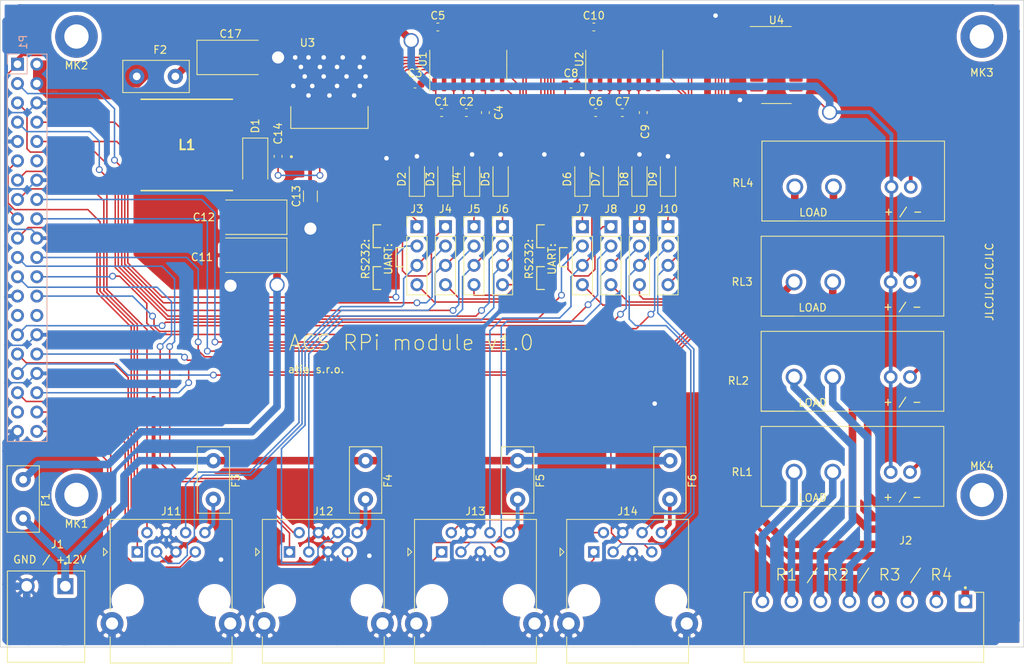
<source format=kicad_pcb>
(kicad_pcb (version 20171130) (host pcbnew 5.1.9)
  (title_block (date "15 nov 2012"))
  (layers (0 F.Cu signal) (31 B.Cu signal) (34 B.Paste user) (35 F.Paste user) (36 B.SilkS user) (37 F.SilkS user) (38 B.Mask user) (39 F.Mask user) (44 Edge.Cuts user))
  (net 0 "")
  (net 1 +3V3)
  (net 2 +5V)
  (net 3 GND)
  (net 4 /ID_SD)
  (net 5 /ID_SC)
  (net 6 /GPIO5)
  (net 7 /GPIO6)
  (net 8 /GPIO26)
  (net 9 "/GPIO2(SDA1)")
  (net 10 "/GPIO3(SCL1)")
  (net 11 "/GPIO4(GCLK)")
  (net 12 "/GPIO14(TXD0)")
  (net 13 "/GPIO15(RXD0)")
  (net 14 "/GPIO17(GEN0)")
  (net 15 "/GPIO27(GEN2)")
  (net 16 "/GPIO22(GEN3)")
  (net 17 "/GPIO23(GEN4)")
  (net 18 "/GPIO24(GEN5)")
  (net 19 "/GPIO25(GEN6)")
  (net 20 "/GPIO18(GEN1)(PWM0)")
  (net 21 "/GPIO10(SPI0_MOSI)")
  (net 22 "/GPIO9(SPI0_MISO)")
  (net 23 "/GPIO11(SPI0_SCK)")
  (net 24 "/GPIO8(SPI0_CE_N)")
  (net 25 "/GPIO7(SPI1_CE_N)")
  (net 26 "/GPIO12(PWM0)")
  (net 27 "/GPIO13(PWM1)")
  (net 28 "/GPIO19(SPI1_MISO)")
  (net 29 /GPIO16)
  (net 30 "/GPIO20(SPI1_MOSI)")
  (net 31 "/GPIO21(SPI1_SCK)")
  (net 32 "Net-(C1-Pad2)")
  (net 33 "Net-(C1-Pad1)")
  (net 34 "Net-(C2-Pad2)")
  (net 35 "Net-(C2-Pad1)")
  (net 36 "Net-(C3-Pad2)")
  (net 37 "Net-(C4-Pad2)")
  (net 38 "Net-(C6-Pad2)")
  (net 39 "Net-(C6-Pad1)")
  (net 40 "Net-(C7-Pad2)")
  (net 41 "Net-(C7-Pad1)")
  (net 42 "Net-(C8-Pad2)")
  (net 43 "Net-(C9-Pad2)")
  (net 44 "Net-(C11-Pad1)")
  (net 45 "Net-(C14-Pad2)")
  (net 46 "Net-(C14-Pad1)")
  (net 47 "Net-(C17-Pad1)")
  (net 48 "Net-(D2-Pad1)")
  (net 49 "Net-(D3-Pad1)")
  (net 50 "Net-(D4-Pad1)")
  (net 51 "Net-(D5-Pad1)")
  (net 52 "Net-(D6-Pad1)")
  (net 53 "Net-(D7-Pad1)")
  (net 54 "Net-(D8-Pad1)")
  (net 55 "Net-(D9-Pad1)")
  (net 56 +12V)
  (net 57 "Net-(F3-Pad2)")
  (net 58 "Net-(F4-Pad2)")
  (net 59 "Net-(F5-Pad2)")
  (net 60 "Net-(F6-Pad2)")
  (net 61 "Net-(J2-Pad4)")
  (net 62 "Net-(J2-Pad3)")
  (net 63 "Net-(J2-Pad2)")
  (net 64 "Net-(J2-Pad1)")
  (net 65 "Net-(J3-Pad4)")
  (net 66 "Net-(J3-Pad1)")
  (net 67 "Net-(J4-Pad4)")
  (net 68 "Net-(J4-Pad1)")
  (net 69 "Net-(J5-Pad4)")
  (net 70 "Net-(J5-Pad1)")
  (net 71 "Net-(J6-Pad4)")
  (net 72 "Net-(J6-Pad1)")
  (net 73 "Net-(J7-Pad4)")
  (net 74 "Net-(J7-Pad1)")
  (net 75 "Net-(J8-Pad4)")
  (net 76 "Net-(J8-Pad1)")
  (net 77 "Net-(J9-Pad4)")
  (net 78 "Net-(J9-Pad1)")
  (net 79 "Net-(J10-Pad4)")
  (net 80 "Net-(J10-Pad1)")
  (net 81 "Net-(RL1-PadA2)")
  (net 82 "Net-(RL2-PadA2)")
  (net 83 "Net-(RL3-PadA2)")
  (net 84 "Net-(J2-Pad5)")
  (net 85 "Net-(J2-Pad6)")
  (net 86 "Net-(RL4-PadA2)")
  (net 87 "Net-(J2-Pad7)")
  (net 88 "Net-(J2-Pad8)")
  (net 89 "Net-(U3-Pad7)")
  (net 90 "Net-(U3-Pad5)")
  (net 91 "Net-(U4-Pad12)")
  (net 92 "Net-(U4-Pad11)")
  (net 93 "Net-(U4-Pad10)")
  (net 94 "Net-(U4-Pad7)")
  (net 95 "Net-(U4-Pad6)")
  (net 96 "Net-(U4-Pad5)")
  (module spm_footprints:INDPM120120X600N (layer F.Cu) (at 224.5 83.5 180)
    (fp_text reference L1 (at 0 0) (layer F.SilkS) (effects (font (size 1.27 1.27) (thickness 0.254))))
    (fp_text value 33uH hide)
    (pad 2 smd rect (at 5.1 0 180) (size 3.3 5.1) (layers F.Cu F.Paste F.Mask) (net 47 "Net-(C17-Pad1)"))
    (pad 1 smd rect (at -5.1 0 180) (size 3.3 5.1) (layers F.Cu F.Paste F.Mask) (net 46 "Net-(C14-Pad1)"))
  )
  (module spm_footprints:TE_282815-2 (layer F.Cu) (at 206 141.5 180)
    (fp_text reference J1 (at -1.5 5.5) (layer F.SilkS))
    (fp_text value Screw_Terminal_01x02)
    (pad 2 thru_hole circle (at 2.54 0 180) (size 2.1 2.1) (drill 1.4) (layers *.Cu *.Mask) (net 3 GND))
    (pad 1 thru_hole rect (at -2.54 0 180) (size 2.1 2.1) (drill 1.4) (layers *.Cu *.Mask) (net 56 +12V))
  )
  (module spm_footprints:TE_284513-8 (layer F.Cu) (at 313.5 143.5 180)
    (fp_text reference J2 (at -5.5 8) (layer F.SilkS))
    (fp_text value Screw_Terminal_01x08)
    (pad 8 thru_hole circle (at 13.335 0 180) (size 1.8 1.8) (drill 1.2) (layers *.Cu *.Mask) (net 88 "Net-(J2-Pad8)"))
    (pad 7 thru_hole circle (at 9.525 0 180) (size 1.8 1.8) (drill 1.2) (layers *.Cu *.Mask) (net 87 "Net-(J2-Pad7)"))
    (pad 6 thru_hole circle (at 5.715 0 180) (size 1.8 1.8) (drill 1.2) (layers *.Cu *.Mask) (net 85 "Net-(J2-Pad6)"))
    (pad 5 thru_hole circle (at 1.905 0 180) (size 1.8 1.8) (drill 1.2) (layers *.Cu *.Mask) (net 84 "Net-(J2-Pad5)"))
    (pad 4 thru_hole circle (at -1.905 0 180) (size 1.8 1.8) (drill 1.2) (layers *.Cu *.Mask) (net 61 "Net-(J2-Pad4)"))
    (pad 3 thru_hole circle (at -5.715 0 180) (size 1.8 1.8) (drill 1.2) (layers *.Cu *.Mask) (net 62 "Net-(J2-Pad3)"))
    (pad 2 thru_hole circle (at -9.525 0 180) (size 1.8 1.8) (drill 1.2) (layers *.Cu *.Mask) (net 63 "Net-(J2-Pad2)"))
    (pad 1 thru_hole rect (at -13.335 0 180) (size 1.8 1.8) (drill 1.2) (layers *.Cu *.Mask) (net 64 "Net-(J2-Pad1)"))
  )
  (module spm_footprints:SSR_Relay_Cosmo_KSD215AC3 (layer F.Cu) (at 312.5955 81)
    (fp_text reference RL4 (at -15 7.5) (layer F.SilkS))
    (fp_text value 34.81-9024)
    (fp_text user "+ / -" (at 6.0725 11.257) (layer F.SilkS))
    (fp_text user LOAD (at -5.7385 11.384) (layer F.SilkS))
    (pad A2 thru_hole circle (at 7.0645 8.0105) (size 1.8 1.8) (drill 1.1) (layers *.Cu *.Mask) (net 86 "Net-(RL4-PadA2)"))
    (pad A1 thru_hole circle (at 4.5245 8.0105) (size 1.8 1.8) (drill 1.1) (layers *.Cu *.Mask) (net 2 +5V))
    (pad 14 thru_hole circle (at -8.1755 8.0105) (size 2.2 2.2) (drill 1.5) (layers *.Cu *.Mask) (net 63 "Net-(J2-Pad2)"))
    (pad 11 thru_hole circle (at -3.0955 8.0105) (size 2.2 2.2) (drill 1.5) (layers *.Cu *.Mask) (net 64 "Net-(J2-Pad1)"))
  )
  (module spm_footprints:SSR_Relay_Cosmo_KSD215AC3 (layer F.Cu) (at 312.5 93.5)
    (fp_text reference RL3 (at -15 8) (layer F.SilkS))
    (fp_text value 34.81-9024)
    (fp_text user "+ / -" (at 6.0725 11.257) (layer F.SilkS))
    (fp_text user LOAD (at -5.7385 11.384) (layer F.SilkS))
    (pad A2 thru_hole circle (at 7.0645 8.0105) (size 1.8 1.8) (drill 1.1) (layers *.Cu *.Mask) (net 83 "Net-(RL3-PadA2)"))
    (pad A1 thru_hole circle (at 4.5245 8.0105) (size 1.8 1.8) (drill 1.1) (layers *.Cu *.Mask) (net 2 +5V))
    (pad 14 thru_hole circle (at -8.1755 8.0105) (size 2.2 2.2) (drill 1.5) (layers *.Cu *.Mask) (net 61 "Net-(J2-Pad4)"))
    (pad 11 thru_hole circle (at -3.0955 8.0105) (size 2.2 2.2) (drill 1.5) (layers *.Cu *.Mask) (net 62 "Net-(J2-Pad3)"))
  )
  (module spm_footprints:SSR_Relay_Cosmo_KSD215AC3 (layer F.Cu) (at 312.5 106)
    (fp_text reference RL2 (at -15.5 8.5) (layer F.SilkS))
    (fp_text value 34.81-9024)
    (fp_text user "+ / -" (at 6.0725 11.257) (layer F.SilkS))
    (fp_text user LOAD (at -5.7385 11.384) (layer F.SilkS))
    (pad A2 thru_hole circle (at 7.0645 8.0105) (size 1.8 1.8) (drill 1.1) (layers *.Cu *.Mask) (net 82 "Net-(RL2-PadA2)"))
    (pad A1 thru_hole circle (at 4.5245 8.0105) (size 1.8 1.8) (drill 1.1) (layers *.Cu *.Mask) (net 2 +5V))
    (pad 14 thru_hole circle (at -8.1755 8.0105) (size 2.2 2.2) (drill 1.5) (layers *.Cu *.Mask) (net 85 "Net-(J2-Pad6)"))
    (pad 11 thru_hole circle (at -3.0955 8.0105) (size 2.2 2.2) (drill 1.5) (layers *.Cu *.Mask) (net 84 "Net-(J2-Pad5)"))
  )
  (module spm_footprints:SSR_Relay_Cosmo_KSD215AC3 (layer F.Cu) (at 312.5 118.5)
    (fp_text reference RL1 (at -15 8) (layer F.SilkS))
    (fp_text value 34.81-9024)
    (fp_text user "+ / -" (at 6.0725 11.257) (layer F.SilkS))
    (fp_text user LOAD (at -5.7385 11.384) (layer F.SilkS))
    (pad A2 thru_hole circle (at 7.0645 8.0105) (size 1.8 1.8) (drill 1.1) (layers *.Cu *.Mask) (net 81 "Net-(RL1-PadA2)"))
    (pad A1 thru_hole circle (at 4.5245 8.0105) (size 1.8 1.8) (drill 1.1) (layers *.Cu *.Mask) (net 2 +5V))
    (pad 14 thru_hole circle (at -8.1755 8.0105) (size 2.2 2.2) (drill 1.5) (layers *.Cu *.Mask) (net 88 "Net-(J2-Pad8)"))
    (pad 11 thru_hole circle (at -3.0955 8.0105) (size 2.2 2.2) (drill 1.5) (layers *.Cu *.Mask) (net 87 "Net-(J2-Pad7)"))
  )
  (module MountingHole:MountingHole_3.2mm_M3_DIN965_Pad (layer F.Cu) (at 329 129.5)
    (fp_text reference MK4 (at 0 -3.8) (layer F.SilkS))
    (fp_text value M2.5)
    (pad 1 thru_hole circle (at 0 0) (size 5.6 5.6) (drill 3.2) (layers *.Cu *.Mask))
  )
  (module MountingHole:MountingHole_3.2mm_M3_DIN965_Pad (layer F.Cu) (at 329 69.25)
    (fp_text reference MK3 (at 0 4.75) (layer F.SilkS))
    (fp_text value M2.5)
    (pad 1 thru_hole circle (at 0 0) (size 5.6 5.6) (drill 3.2) (layers *.Cu *.Mask))
  )
  (module MountingHole:MountingHole_3.2mm_M3_DIN965_Pad (layer F.Cu) (at 210 69.25 180)
    (fp_text reference MK2 (at 0 -3.8) (layer F.SilkS))
    (fp_text value M2.5)
    (pad 1 thru_hole circle (at 0 0 180) (size 5.6 5.6) (drill 3.2) (layers *.Cu *.Mask))
  )
  (module MountingHole:MountingHole_3.2mm_M3_DIN965_Pad (layer F.Cu) (at 210 129.5 180)
    (fp_text reference MK1 (at 0 -3.8) (layer F.SilkS))
    (fp_text value M2.5)
    (pad 1 thru_hole circle (at 0 0 180) (size 5.6 5.6) (drill 3.2) (layers *.Cu *.Mask))
  )
  (module Package_SO:SO-16_3.9x9.9mm_P1.27mm (layer F.Cu) (at 302 73)
    (fp_text reference U4 (at 0 -5.9) (layer F.SilkS))
    (fp_text value ULN2003A)
    (pad 16 smd roundrect (at 2.575 -4.445) (size 1.75 0.6) (layers F.Cu F.Paste F.Mask) (net 81 "Net-(RL1-PadA2)"))
    (pad 15 smd roundrect (at 2.575 -3.175) (size 1.75 0.6) (layers F.Cu F.Paste F.Mask) (net 82 "Net-(RL2-PadA2)"))
    (pad 14 smd roundrect (at 2.575 -1.905) (size 1.75 0.6) (layers F.Cu F.Paste F.Mask) (net 83 "Net-(RL3-PadA2)"))
    (pad 13 smd roundrect (at 2.575 -0.635) (size 1.75 0.6) (layers F.Cu F.Paste F.Mask) (net 86 "Net-(RL4-PadA2)"))
    (pad 12 smd roundrect (at 2.575 0.635) (size 1.75 0.6) (layers F.Cu F.Paste F.Mask) (net 91 "Net-(U4-Pad12)"))
    (pad 11 smd roundrect (at 2.575 1.905) (size 1.75 0.6) (layers F.Cu F.Paste F.Mask) (net 92 "Net-(U4-Pad11)"))
    (pad 10 smd roundrect (at 2.575 3.175) (size 1.75 0.6) (layers F.Cu F.Paste F.Mask) (net 93 "Net-(U4-Pad10)"))
    (pad 9 smd roundrect (at 2.575 4.445) (size 1.75 0.6) (layers F.Cu F.Paste F.Mask) (net 2 +5V))
    (pad 8 smd roundrect (at -2.575 4.445) (size 1.75 0.6) (layers F.Cu F.Paste F.Mask) (net 3 GND))
    (pad 7 smd roundrect (at -2.575 3.175) (size 1.75 0.6) (layers F.Cu F.Paste F.Mask) (net 94 "Net-(U4-Pad7)"))
    (pad 6 smd roundrect (at -2.575 1.905) (size 1.75 0.6) (layers F.Cu F.Paste F.Mask) (net 95 "Net-(U4-Pad6)"))
    (pad 5 smd roundrect (at -2.575 0.635) (size 1.75 0.6) (layers F.Cu F.Paste F.Mask) (net 96 "Net-(U4-Pad5)"))
    (pad 4 smd roundrect (at -2.575 -0.635) (size 1.75 0.6) (layers F.Cu F.Paste F.Mask) (net 26 "/GPIO12(PWM0)"))
    (pad 3 smd roundrect (at -2.575 -1.905) (size 1.75 0.6) (layers F.Cu F.Paste F.Mask) (net 19 "/GPIO25(GEN6)"))
    (pad 2 smd roundrect (at -2.575 -3.175) (size 1.75 0.6) (layers F.Cu F.Paste F.Mask) (net 18 "/GPIO24(GEN5)"))
    (pad 1 smd roundrect (at -2.575 -4.445) (size 1.75 0.6) (layers F.Cu F.Paste F.Mask) (net 17 "/GPIO23(GEN4)"))
  )
  (module spm_footprints:TO127P1435X464-8N (layer F.Cu) (at 243.25 78.75)
    (fp_text reference U3 (at -2.885 -8.675) (layer F.SilkS))
    (fp_text value LM2676SX-5.0)
    (pad 8 smd rect (at 0 -4.16) (size 10.58 6.84) (layers F.Cu F.Mask) (net 3 GND))
    (pad 7 smd rect (at 3.81 6.19) (size 0.89 2.79) (layers F.Cu F.Paste F.Mask) (net 89 "Net-(U3-Pad7)"))
    (pad 6 smd rect (at 2.54 6.19) (size 0.89 2.79) (layers F.Cu F.Paste F.Mask) (net 47 "Net-(C17-Pad1)"))
    (pad 5 smd rect (at 1.27 6.19) (size 0.89 2.79) (layers F.Cu F.Paste F.Mask) (net 90 "Net-(U3-Pad5)"))
    (pad 4 smd rect (at 0 6.19) (size 0.89 2.79) (layers F.Cu F.Paste F.Mask) (net 3 GND))
    (pad 3 smd rect (at -1.27 6.19) (size 0.89 2.79) (layers F.Cu F.Paste F.Mask) (net 45 "Net-(C14-Pad2)"))
    (pad 2 smd rect (at -2.54 6.19) (size 0.89 2.79) (layers F.Cu F.Paste F.Mask) (net 44 "Net-(C11-Pad1)"))
    (pad 1 smd rect (at -3.81 6.19) (size 0.89 2.79) (layers F.Cu F.Paste F.Mask) (net 46 "Net-(C14-Pad1)"))
  )
  (module Package_SO:SO-16_3.9x9.9mm_P1.27mm (layer F.Cu) (at 282 73 90)
    (fp_text reference U2 (at 0.75 -5.9 90) (layer F.SilkS))
    (fp_text value MAX3232)
    (pad 16 smd roundrect (at 2.575 -4.445 90) (size 1.75 0.6) (layers F.Cu F.Paste F.Mask) (net 1 +3V3))
    (pad 15 smd roundrect (at 2.575 -3.175 90) (size 1.75 0.6) (layers F.Cu F.Paste F.Mask) (net 3 GND))
    (pad 14 smd roundrect (at 2.575 -1.905 90) (size 1.75 0.6) (layers F.Cu F.Paste F.Mask) (net 73 "Net-(J7-Pad4)"))
    (pad 13 smd roundrect (at 2.575 -0.635 90) (size 1.75 0.6) (layers F.Cu F.Paste F.Mask) (net 75 "Net-(J8-Pad4)"))
    (pad 12 smd roundrect (at 2.575 0.635 90) (size 1.75 0.6) (layers F.Cu F.Paste F.Mask) (net 76 "Net-(J8-Pad1)"))
    (pad 11 smd roundrect (at 2.575 1.905 90) (size 1.75 0.6) (layers F.Cu F.Paste F.Mask) (net 74 "Net-(J7-Pad1)"))
    (pad 10 smd roundrect (at 2.575 3.175 90) (size 1.75 0.6) (layers F.Cu F.Paste F.Mask) (net 78 "Net-(J9-Pad1)"))
    (pad 9 smd roundrect (at 2.575 4.445 90) (size 1.75 0.6) (layers F.Cu F.Paste F.Mask) (net 80 "Net-(J10-Pad1)"))
    (pad 8 smd roundrect (at -2.575 4.445 90) (size 1.75 0.6) (layers F.Cu F.Paste F.Mask) (net 79 "Net-(J10-Pad4)"))
    (pad 7 smd roundrect (at -2.575 3.175 90) (size 1.75 0.6) (layers F.Cu F.Paste F.Mask) (net 77 "Net-(J9-Pad4)"))
    (pad 6 smd roundrect (at -2.575 1.905 90) (size 1.75 0.6) (layers F.Cu F.Paste F.Mask) (net 43 "Net-(C9-Pad2)"))
    (pad 5 smd roundrect (at -2.575 0.635 90) (size 1.75 0.6) (layers F.Cu F.Paste F.Mask) (net 40 "Net-(C7-Pad2)"))
    (pad 4 smd roundrect (at -2.575 -0.635 90) (size 1.75 0.6) (layers F.Cu F.Paste F.Mask) (net 41 "Net-(C7-Pad1)"))
    (pad 3 smd roundrect (at -2.575 -1.905 90) (size 1.75 0.6) (layers F.Cu F.Paste F.Mask) (net 38 "Net-(C6-Pad2)"))
    (pad 2 smd roundrect (at -2.575 -3.175 90) (size 1.75 0.6) (layers F.Cu F.Paste F.Mask) (net 42 "Net-(C8-Pad2)"))
    (pad 1 smd roundrect (at -2.575 -4.445 90) (size 1.75 0.6) (layers F.Cu F.Paste F.Mask) (net 39 "Net-(C6-Pad1)"))
  )
  (module Package_SO:SO-16_3.9x9.9mm_P1.27mm (layer F.Cu) (at 261.5 73 90)
    (fp_text reference U1 (at 0.75 -6 90) (layer F.SilkS))
    (fp_text value MAX3232)
    (pad 16 smd roundrect (at 2.575 -4.445 90) (size 1.75 0.6) (layers F.Cu F.Paste F.Mask) (net 1 +3V3))
    (pad 15 smd roundrect (at 2.575 -3.175 90) (size 1.75 0.6) (layers F.Cu F.Paste F.Mask) (net 3 GND))
    (pad 14 smd roundrect (at 2.575 -1.905 90) (size 1.75 0.6) (layers F.Cu F.Paste F.Mask) (net 65 "Net-(J3-Pad4)"))
    (pad 13 smd roundrect (at 2.575 -0.635 90) (size 1.75 0.6) (layers F.Cu F.Paste F.Mask) (net 67 "Net-(J4-Pad4)"))
    (pad 12 smd roundrect (at 2.575 0.635 90) (size 1.75 0.6) (layers F.Cu F.Paste F.Mask) (net 68 "Net-(J4-Pad1)"))
    (pad 11 smd roundrect (at 2.575 1.905 90) (size 1.75 0.6) (layers F.Cu F.Paste F.Mask) (net 66 "Net-(J3-Pad1)"))
    (pad 10 smd roundrect (at 2.575 3.175 90) (size 1.75 0.6) (layers F.Cu F.Paste F.Mask) (net 70 "Net-(J5-Pad1)"))
    (pad 9 smd roundrect (at 2.575 4.445 90) (size 1.75 0.6) (layers F.Cu F.Paste F.Mask) (net 72 "Net-(J6-Pad1)"))
    (pad 8 smd roundrect (at -2.575 4.445 90) (size 1.75 0.6) (layers F.Cu F.Paste F.Mask) (net 71 "Net-(J6-Pad4)"))
    (pad 7 smd roundrect (at -2.575 3.175 90) (size 1.75 0.6) (layers F.Cu F.Paste F.Mask) (net 69 "Net-(J5-Pad4)"))
    (pad 6 smd roundrect (at -2.575 1.905 90) (size 1.75 0.6) (layers F.Cu F.Paste F.Mask) (net 37 "Net-(C4-Pad2)"))
    (pad 5 smd roundrect (at -2.575 0.635 90) (size 1.75 0.6) (layers F.Cu F.Paste F.Mask) (net 34 "Net-(C2-Pad2)"))
    (pad 4 smd roundrect (at -2.575 -0.635 90) (size 1.75 0.6) (layers F.Cu F.Paste F.Mask) (net 35 "Net-(C2-Pad1)"))
    (pad 3 smd roundrect (at -2.575 -1.905 90) (size 1.75 0.6) (layers F.Cu F.Paste F.Mask) (net 32 "Net-(C1-Pad2)"))
    (pad 2 smd roundrect (at -2.575 -3.175 90) (size 1.75 0.6) (layers F.Cu F.Paste F.Mask) (net 36 "Net-(C3-Pad2)"))
    (pad 1 smd roundrect (at -2.575 -4.445 90) (size 1.75 0.6) (layers F.Cu F.Paste F.Mask) (net 33 "Net-(C1-Pad1)"))
  )
  (module Connector_RJ:RJ45_Ninigi_GE (layer F.Cu) (at 278 137)
    (fp_text reference J14 (at 4.445 -5.34) (layer F.SilkS))
    (fp_text value RJ45_Shielded)
    (pad 6 thru_hole circle (at 6.35 -2.54 180) (size 1.5 1.5) (drill 0.9) (layers *.Cu *.Mask) (net 54 "Net-(D8-Pad1)"))
    (pad 8 thru_hole circle (at 8.89 -2.54 180) (size 1.5 1.5) (drill 0.9) (layers *.Cu *.Mask) (net 60 "Net-(F6-Pad2)"))
    (pad SH thru_hole circle (at -3.325 9.4) (size 3 3) (drill 1.6) (layers *.Cu *.Mask) (net 3 GND))
    (pad 2 thru_hole circle (at 1.27 -2.54 180) (size 1.5 1.5) (drill 0.9) (layers *.Cu *.Mask) (net 30 "/GPIO20(SPI1_MOSI)"))
    (pad 1 thru_hole rect (at 0 0 180) (size 1.5 1.5) (drill 0.9) (layers *.Cu *.Mask) (net 31 "/GPIO21(SPI1_SCK)"))
    (pad 7 thru_hole circle (at 7.62 0 180) (size 1.5 1.5) (drill 0.9) (layers *.Cu *.Mask) (net 29 /GPIO16))
    (pad 4 thru_hole circle (at 3.81 -2.54 180) (size 1.5 1.5) (drill 0.9) (layers *.Cu *.Mask) (net 3 GND))
    (pad 5 thru_hole circle (at 5.08 0 180) (size 1.5 1.5) (drill 0.9) (layers *.Cu *.Mask) (net 3 GND))
    (pad 3 thru_hole circle (at 2.54 0 180) (size 1.5 1.5) (drill 0.9) (layers *.Cu *.Mask) (net 55 "Net-(D9-Pad1)"))
    (pad "" np_thru_hole circle (at -1.27 6.35) (size 3.25 3.25) (drill 3.25) (layers *.Cu *.Mask))
    (pad SH thru_hole circle (at 12.215 9.4 180) (size 3 3) (drill 1.6) (layers *.Cu *.Mask) (net 3 GND))
    (pad "" np_thru_hole circle (at 10.16 6.35 180) (size 3.25 3.25) (drill 3.25) (layers *.Cu *.Mask))
  )
  (module Connector_RJ:RJ45_Ninigi_GE (layer F.Cu) (at 258 137)
    (fp_text reference J13 (at 4.445 -5.34) (layer F.SilkS))
    (fp_text value RJ45_Shielded)
    (pad 6 thru_hole circle (at 6.35 -2.54 180) (size 1.5 1.5) (drill 0.9) (layers *.Cu *.Mask) (net 52 "Net-(D6-Pad1)"))
    (pad 8 thru_hole circle (at 8.89 -2.54 180) (size 1.5 1.5) (drill 0.9) (layers *.Cu *.Mask) (net 59 "Net-(F5-Pad2)"))
    (pad SH thru_hole circle (at -3.325 9.4) (size 3 3) (drill 1.6) (layers *.Cu *.Mask) (net 3 GND))
    (pad 2 thru_hole circle (at 1.27 -2.54 180) (size 1.5 1.5) (drill 0.9) (layers *.Cu *.Mask) (net 27 "/GPIO13(PWM1)"))
    (pad 1 thru_hole rect (at 0 0 180) (size 1.5 1.5) (drill 0.9) (layers *.Cu *.Mask) (net 28 "/GPIO19(SPI1_MISO)"))
    (pad 7 thru_hole circle (at 7.62 0 180) (size 1.5 1.5) (drill 0.9) (layers *.Cu *.Mask) (net 7 /GPIO6))
    (pad 4 thru_hole circle (at 3.81 -2.54 180) (size 1.5 1.5) (drill 0.9) (layers *.Cu *.Mask) (net 3 GND))
    (pad 5 thru_hole circle (at 5.08 0 180) (size 1.5 1.5) (drill 0.9) (layers *.Cu *.Mask) (net 3 GND))
    (pad 3 thru_hole circle (at 2.54 0 180) (size 1.5 1.5) (drill 0.9) (layers *.Cu *.Mask) (net 53 "Net-(D7-Pad1)"))
    (pad "" np_thru_hole circle (at -1.27 6.35) (size 3.25 3.25) (drill 3.25) (layers *.Cu *.Mask))
    (pad SH thru_hole circle (at 12.215 9.4 180) (size 3 3) (drill 1.6) (layers *.Cu *.Mask) (net 3 GND))
    (pad "" np_thru_hole circle (at 10.16 6.35 180) (size 3.25 3.25) (drill 3.25) (layers *.Cu *.Mask))
  )
  (module Connector_RJ:RJ45_Ninigi_GE (layer F.Cu) (at 238 137)
    (fp_text reference J12 (at 4.445 -5.34) (layer F.SilkS))
    (fp_text value RJ45_Shielded)
    (pad 6 thru_hole circle (at 6.35 -2.54 180) (size 1.5 1.5) (drill 0.9) (layers *.Cu *.Mask) (net 50 "Net-(D4-Pad1)"))
    (pad 8 thru_hole circle (at 8.89 -2.54 180) (size 1.5 1.5) (drill 0.9) (layers *.Cu *.Mask) (net 58 "Net-(F4-Pad2)"))
    (pad SH thru_hole circle (at -3.325 9.4) (size 3 3) (drill 1.6) (layers *.Cu *.Mask) (net 3 GND))
    (pad 2 thru_hole circle (at 1.27 -2.54 180) (size 1.5 1.5) (drill 0.9) (layers *.Cu *.Mask) (net 22 "/GPIO9(SPI0_MISO)"))
    (pad 1 thru_hole rect (at 0 0 180) (size 1.5 1.5) (drill 0.9) (layers *.Cu *.Mask) (net 23 "/GPIO11(SPI0_SCK)"))
    (pad 7 thru_hole circle (at 7.62 0 180) (size 1.5 1.5) (drill 0.9) (layers *.Cu *.Mask) (net 21 "/GPIO10(SPI0_MOSI)"))
    (pad 4 thru_hole circle (at 3.81 -2.54 180) (size 1.5 1.5) (drill 0.9) (layers *.Cu *.Mask) (net 3 GND))
    (pad 5 thru_hole circle (at 5.08 0 180) (size 1.5 1.5) (drill 0.9) (layers *.Cu *.Mask) (net 3 GND))
    (pad 3 thru_hole circle (at 2.54 0 180) (size 1.5 1.5) (drill 0.9) (layers *.Cu *.Mask) (net 51 "Net-(D5-Pad1)"))
    (pad "" np_thru_hole circle (at -1.27 6.35) (size 3.25 3.25) (drill 3.25) (layers *.Cu *.Mask))
    (pad SH thru_hole circle (at 12.215 9.4 180) (size 3 3) (drill 1.6) (layers *.Cu *.Mask) (net 3 GND))
    (pad "" np_thru_hole circle (at 10.16 6.35 180) (size 3.25 3.25) (drill 3.25) (layers *.Cu *.Mask))
  )
  (module Connector_RJ:RJ45_Ninigi_GE (layer F.Cu) (at 218 137)
    (fp_text reference J11 (at 4.445 -5.34) (layer F.SilkS))
    (fp_text value RJ45_Shielded)
    (pad 6 thru_hole circle (at 6.35 -2.54 180) (size 1.5 1.5) (drill 0.9) (layers *.Cu *.Mask) (net 48 "Net-(D2-Pad1)"))
    (pad 8 thru_hole circle (at 8.89 -2.54 180) (size 1.5 1.5) (drill 0.9) (layers *.Cu *.Mask) (net 57 "Net-(F3-Pad2)"))
    (pad SH thru_hole circle (at -3.325 9.4) (size 3 3) (drill 1.6) (layers *.Cu *.Mask) (net 3 GND))
    (pad 2 thru_hole circle (at 1.27 -2.54 180) (size 1.5 1.5) (drill 0.9) (layers *.Cu *.Mask) (net 15 "/GPIO27(GEN2)"))
    (pad 1 thru_hole rect (at 0 0 180) (size 1.5 1.5) (drill 0.9) (layers *.Cu *.Mask) (net 16 "/GPIO22(GEN3)"))
    (pad 7 thru_hole circle (at 7.62 0 180) (size 1.5 1.5) (drill 0.9) (layers *.Cu *.Mask) (net 14 "/GPIO17(GEN0)"))
    (pad 4 thru_hole circle (at 3.81 -2.54 180) (size 1.5 1.5) (drill 0.9) (layers *.Cu *.Mask) (net 3 GND))
    (pad 5 thru_hole circle (at 5.08 0 180) (size 1.5 1.5) (drill 0.9) (layers *.Cu *.Mask) (net 3 GND))
    (pad 3 thru_hole circle (at 2.54 0 180) (size 1.5 1.5) (drill 0.9) (layers *.Cu *.Mask) (net 49 "Net-(D3-Pad1)"))
    (pad "" np_thru_hole circle (at -1.27 6.35) (size 3.25 3.25) (drill 3.25) (layers *.Cu *.Mask))
    (pad SH thru_hole circle (at 12.215 9.4 180) (size 3 3) (drill 1.6) (layers *.Cu *.Mask) (net 3 GND))
    (pad "" np_thru_hole circle (at 10.16 6.35 180) (size 3.25 3.25) (drill 3.25) (layers *.Cu *.Mask))
  )
  (module Connector_PinHeader_2.54mm:PinHeader_1x04_P2.54mm_Vertical (layer F.Cu) (at 287.75 94.25)
    (fp_text reference J10 (at 0 -2.33) (layer F.SilkS))
    (fp_text value Conn_01x04_Male)
    (pad 4 thru_hole oval (at 0 7.62) (size 1.7 1.7) (drill 1) (layers *.Cu *.Mask) (net 79 "Net-(J10-Pad4)"))
    (pad 3 thru_hole oval (at 0 5.08) (size 1.7 1.7) (drill 1) (layers *.Cu *.Mask) (net 55 "Net-(D9-Pad1)"))
    (pad 2 thru_hole oval (at 0 2.54) (size 1.7 1.7) (drill 1) (layers *.Cu *.Mask) (net 24 "/GPIO8(SPI0_CE_N)"))
    (pad 1 thru_hole rect (at 0 0) (size 1.7 1.7) (drill 1) (layers *.Cu *.Mask) (net 80 "Net-(J10-Pad1)"))
  )
  (module Connector_PinHeader_2.54mm:PinHeader_1x04_P2.54mm_Vertical (layer F.Cu) (at 284 94.25)
    (fp_text reference J9 (at 0 -2.33) (layer F.SilkS))
    (fp_text value Conn_01x04_Male)
    (pad 4 thru_hole oval (at 0 7.62) (size 1.7 1.7) (drill 1) (layers *.Cu *.Mask) (net 77 "Net-(J9-Pad4)"))
    (pad 3 thru_hole oval (at 0 5.08) (size 1.7 1.7) (drill 1) (layers *.Cu *.Mask) (net 54 "Net-(D8-Pad1)"))
    (pad 2 thru_hole oval (at 0 2.54) (size 1.7 1.7) (drill 1) (layers *.Cu *.Mask) (net 25 "/GPIO7(SPI1_CE_N)"))
    (pad 1 thru_hole rect (at 0 0) (size 1.7 1.7) (drill 1) (layers *.Cu *.Mask) (net 78 "Net-(J9-Pad1)"))
  )
  (module Connector_PinHeader_2.54mm:PinHeader_1x04_P2.54mm_Vertical (layer F.Cu) (at 280.25 94.25)
    (fp_text reference J8 (at 0 -2.33) (layer F.SilkS))
    (fp_text value Conn_01x04_Male)
    (pad 4 thru_hole oval (at 0 7.62) (size 1.7 1.7) (drill 1) (layers *.Cu *.Mask) (net 75 "Net-(J8-Pad4)"))
    (pad 3 thru_hole oval (at 0 5.08) (size 1.7 1.7) (drill 1) (layers *.Cu *.Mask) (net 53 "Net-(D7-Pad1)"))
    (pad 2 thru_hole oval (at 0 2.54) (size 1.7 1.7) (drill 1) (layers *.Cu *.Mask) (net 6 /GPIO5))
    (pad 1 thru_hole rect (at 0 0) (size 1.7 1.7) (drill 1) (layers *.Cu *.Mask) (net 76 "Net-(J8-Pad1)"))
  )
  (module Connector_PinHeader_2.54mm:PinHeader_1x04_P2.54mm_Vertical (layer F.Cu) (at 276.5 94.25)
    (fp_text reference J7 (at 0 -2.33) (layer F.SilkS))
    (fp_text value Conn_01x04_Male)
    (pad 4 thru_hole oval (at 0 7.62) (size 1.7 1.7) (drill 1) (layers *.Cu *.Mask) (net 73 "Net-(J7-Pad4)"))
    (pad 3 thru_hole oval (at 0 5.08) (size 1.7 1.7) (drill 1) (layers *.Cu *.Mask) (net 52 "Net-(D6-Pad1)"))
    (pad 2 thru_hole oval (at 0 2.54) (size 1.7 1.7) (drill 1) (layers *.Cu *.Mask) (net 11 "/GPIO4(GCLK)"))
    (pad 1 thru_hole rect (at 0 0) (size 1.7 1.7) (drill 1) (layers *.Cu *.Mask) (net 74 "Net-(J7-Pad1)"))
  )
  (module Connector_PinHeader_2.54mm:PinHeader_1x04_P2.54mm_Vertical (layer F.Cu) (at 266 94.25)
    (fp_text reference J6 (at 0 -2.33) (layer F.SilkS))
    (fp_text value Conn_01x04_Male)
    (pad 4 thru_hole oval (at 0 7.62) (size 1.7 1.7) (drill 1) (layers *.Cu *.Mask) (net 71 "Net-(J6-Pad4)"))
    (pad 3 thru_hole oval (at 0 5.08) (size 1.7 1.7) (drill 1) (layers *.Cu *.Mask) (net 51 "Net-(D5-Pad1)"))
    (pad 2 thru_hole oval (at 0 2.54) (size 1.7 1.7) (drill 1) (layers *.Cu *.Mask) (net 10 "/GPIO3(SCL1)"))
    (pad 1 thru_hole rect (at 0 0) (size 1.7 1.7) (drill 1) (layers *.Cu *.Mask) (net 72 "Net-(J6-Pad1)"))
  )
  (module Connector_PinHeader_2.54mm:PinHeader_1x04_P2.54mm_Vertical (layer F.Cu) (at 262.25 94.25)
    (fp_text reference J5 (at 0 -2.33) (layer F.SilkS))
    (fp_text value Conn_01x04_Male)
    (pad 4 thru_hole oval (at 0 7.62) (size 1.7 1.7) (drill 1) (layers *.Cu *.Mask) (net 69 "Net-(J5-Pad4)"))
    (pad 3 thru_hole oval (at 0 5.08) (size 1.7 1.7) (drill 1) (layers *.Cu *.Mask) (net 50 "Net-(D4-Pad1)"))
    (pad 2 thru_hole oval (at 0 2.54) (size 1.7 1.7) (drill 1) (layers *.Cu *.Mask) (net 9 "/GPIO2(SDA1)"))
    (pad 1 thru_hole rect (at 0 0) (size 1.7 1.7) (drill 1) (layers *.Cu *.Mask) (net 70 "Net-(J5-Pad1)"))
  )
  (module Connector_PinHeader_2.54mm:PinHeader_1x04_P2.54mm_Vertical (layer F.Cu) (at 258.5 94.25)
    (fp_text reference J4 (at 0 -2.33) (layer F.SilkS))
    (fp_text value Conn_01x04_Male)
    (pad 4 thru_hole oval (at 0 7.62) (size 1.7 1.7) (drill 1) (layers *.Cu *.Mask) (net 67 "Net-(J4-Pad4)"))
    (pad 3 thru_hole oval (at 0 5.08) (size 1.7 1.7) (drill 1) (layers *.Cu *.Mask) (net 49 "Net-(D3-Pad1)"))
    (pad 2 thru_hole oval (at 0 2.54) (size 1.7 1.7) (drill 1) (layers *.Cu *.Mask) (net 13 "/GPIO15(RXD0)"))
    (pad 1 thru_hole rect (at 0 0) (size 1.7 1.7) (drill 1) (layers *.Cu *.Mask) (net 68 "Net-(J4-Pad1)"))
  )
  (module Connector_PinHeader_2.54mm:PinHeader_1x04_P2.54mm_Vertical (layer F.Cu) (at 254.75 94.25)
    (fp_text reference J3 (at 0 -2.33) (layer F.SilkS))
    (fp_text value Conn_01x04_Male)
    (pad 4 thru_hole oval (at 0 7.62) (size 1.7 1.7) (drill 1) (layers *.Cu *.Mask) (net 65 "Net-(J3-Pad4)"))
    (pad 3 thru_hole oval (at 0 5.08) (size 1.7 1.7) (drill 1) (layers *.Cu *.Mask) (net 48 "Net-(D2-Pad1)"))
    (pad 2 thru_hole oval (at 0 2.54) (size 1.7 1.7) (drill 1) (layers *.Cu *.Mask) (net 12 "/GPIO14(TXD0)"))
    (pad 1 thru_hole rect (at 0 0) (size 1.7 1.7) (drill 1) (layers *.Cu *.Mask) (net 66 "Net-(J3-Pad1)"))
  )
  (module Fuse:Fuse_Littelfuse_395Series (layer F.Cu) (at 288 125 270)
    (fp_text reference F6 (at 2.65 -2.95 90) (layer F.SilkS))
    (fp_text value "Polyfuse 750mA")
    (pad 2 thru_hole circle (at 5.08 0.01 270) (size 2 2) (drill 1) (layers *.Cu *.Mask) (net 60 "Net-(F6-Pad2)"))
    (pad 1 thru_hole circle (at 0 0 270) (size 2 2) (drill 1) (layers *.Cu *.Mask) (net 56 +12V))
  )
  (module Fuse:Fuse_Littelfuse_395Series (layer F.Cu) (at 268 125 270)
    (fp_text reference F5 (at 2.65 -2.95 90) (layer F.SilkS))
    (fp_text value "Polyfuse 750mA")
    (pad 2 thru_hole circle (at 5.08 0.01 270) (size 2 2) (drill 1) (layers *.Cu *.Mask) (net 59 "Net-(F5-Pad2)"))
    (pad 1 thru_hole circle (at 0 0 270) (size 2 2) (drill 1) (layers *.Cu *.Mask) (net 56 +12V))
  )
  (module Fuse:Fuse_Littelfuse_395Series (layer F.Cu) (at 248 125 270)
    (fp_text reference F4 (at 2.65 -2.95 90) (layer F.SilkS))
    (fp_text value "Polyfuse 750mA")
    (pad 2 thru_hole circle (at 5.08 0.01 270) (size 2 2) (drill 1) (layers *.Cu *.Mask) (net 58 "Net-(F4-Pad2)"))
    (pad 1 thru_hole circle (at 0 0 270) (size 2 2) (drill 1) (layers *.Cu *.Mask) (net 56 +12V))
  )
  (module Fuse:Fuse_Littelfuse_395Series (layer F.Cu) (at 228 125 270)
    (fp_text reference F3 (at 2.65 -2.95 90) (layer F.SilkS))
    (fp_text value "Polyfuse 750mA")
    (pad 2 thru_hole circle (at 5.08 0.01 270) (size 2 2) (drill 1) (layers *.Cu *.Mask) (net 57 "Net-(F3-Pad2)"))
    (pad 1 thru_hole circle (at 0 0 270) (size 2 2) (drill 1) (layers *.Cu *.Mask) (net 56 +12V))
  )
  (module Fuse:Fuse_Littelfuse_395Series (layer F.Cu) (at 223 74.5 180)
    (fp_text reference F2 (at 2 3.5) (layer F.SilkS))
    (fp_text value "Polyfuse 3A")
    (pad 2 thru_hole circle (at 5.08 0.01 180) (size 2 2) (drill 1) (layers *.Cu *.Mask) (net 2 +5V))
    (pad 1 thru_hole circle (at 0 0 180) (size 2 2) (drill 1) (layers *.Cu *.Mask) (net 47 "Net-(C17-Pad1)"))
  )
  (module Fuse:Fuse_Littelfuse_395Series (layer F.Cu) (at 203 127.5 270)
    (fp_text reference F1 (at 2.65 -2.95 90) (layer F.SilkS))
    (fp_text value "Polyfuse 2,5A")
    (pad 2 thru_hole circle (at 5.08 0.01 270) (size 2 2) (drill 1) (layers *.Cu *.Mask) (net 56 +12V))
    (pad 1 thru_hole circle (at 0 0 270) (size 2 2) (drill 1) (layers *.Cu *.Mask) (net 44 "Net-(C11-Pad1)"))
  )
  (module Diode_SMD:D_SOD-123 (layer F.Cu) (at 287.75 88 90)
    (fp_text reference D9 (at 0 -2 90) (layer F.SilkS))
    (fp_text value "D_Zener 3V3")
    (pad 2 smd rect (at 1.65 0 90) (size 0.9 1.2) (layers F.Cu F.Paste F.Mask) (net 3 GND))
    (pad 1 smd rect (at -1.65 0 90) (size 0.9 1.2) (layers F.Cu F.Paste F.Mask) (net 55 "Net-(D9-Pad1)"))
  )
  (module Diode_SMD:D_SOD-123 (layer F.Cu) (at 284 88 90)
    (fp_text reference D8 (at 0 -2 90) (layer F.SilkS))
    (fp_text value "D_Zener 3V3")
    (pad 2 smd rect (at 1.65 0 90) (size 0.9 1.2) (layers F.Cu F.Paste F.Mask) (net 3 GND))
    (pad 1 smd rect (at -1.65 0 90) (size 0.9 1.2) (layers F.Cu F.Paste F.Mask) (net 54 "Net-(D8-Pad1)"))
  )
  (module Diode_SMD:D_SOD-123 (layer F.Cu) (at 280.25 88 90)
    (fp_text reference D7 (at 0 -2 90) (layer F.SilkS))
    (fp_text value "D_Zener 3V3")
    (pad 2 smd rect (at 1.65 0 90) (size 0.9 1.2) (layers F.Cu F.Paste F.Mask) (net 3 GND))
    (pad 1 smd rect (at -1.65 0 90) (size 0.9 1.2) (layers F.Cu F.Paste F.Mask) (net 53 "Net-(D7-Pad1)"))
  )
  (module Diode_SMD:D_SOD-123 (layer F.Cu) (at 276.5 88 90)
    (fp_text reference D6 (at 0 -2 90) (layer F.SilkS))
    (fp_text value "D_Zener 3V3")
    (pad 2 smd rect (at 1.65 0 90) (size 0.9 1.2) (layers F.Cu F.Paste F.Mask) (net 3 GND))
    (pad 1 smd rect (at -1.65 0 90) (size 0.9 1.2) (layers F.Cu F.Paste F.Mask) (net 52 "Net-(D6-Pad1)"))
  )
  (module Diode_SMD:D_SOD-123 (layer F.Cu) (at 265.75 88 90)
    (fp_text reference D5 (at 0 -2 90) (layer F.SilkS))
    (fp_text value "D_Zener 3V3")
    (pad 2 smd rect (at 1.65 0 90) (size 0.9 1.2) (layers F.Cu F.Paste F.Mask) (net 3 GND))
    (pad 1 smd rect (at -1.65 0 90) (size 0.9 1.2) (layers F.Cu F.Paste F.Mask) (net 51 "Net-(D5-Pad1)"))
  )
  (module Diode_SMD:D_SOD-123 (layer F.Cu) (at 262 88 90)
    (fp_text reference D4 (at 0 -2 90) (layer F.SilkS))
    (fp_text value "D_Zener 3V3")
    (pad 2 smd rect (at 1.65 0 90) (size 0.9 1.2) (layers F.Cu F.Paste F.Mask) (net 3 GND))
    (pad 1 smd rect (at -1.65 0 90) (size 0.9 1.2) (layers F.Cu F.Paste F.Mask) (net 50 "Net-(D4-Pad1)"))
  )
  (module Diode_SMD:D_SOD-123 (layer F.Cu) (at 258.5 88 90)
    (fp_text reference D3 (at 0 -2 90) (layer F.SilkS))
    (fp_text value "D_Zener 3V3")
    (pad 2 smd rect (at 1.65 0 90) (size 0.9 1.2) (layers F.Cu F.Paste F.Mask) (net 3 GND))
    (pad 1 smd rect (at -1.65 0 90) (size 0.9 1.2) (layers F.Cu F.Paste F.Mask) (net 49 "Net-(D3-Pad1)"))
  )
  (module Diode_SMD:D_SOD-123 (layer F.Cu) (at 254.75 88 90)
    (fp_text reference D2 (at 0 -2 90) (layer F.SilkS))
    (fp_text value "D_Zener 3V3")
    (pad 2 smd rect (at 1.65 0 90) (size 0.9 1.2) (layers F.Cu F.Paste F.Mask) (net 3 GND))
    (pad 1 smd rect (at -1.65 0 90) (size 0.9 1.2) (layers F.Cu F.Paste F.Mask) (net 48 "Net-(D2-Pad1)"))
  )
  (module Diode_SMD:D_SMA (layer F.Cu) (at 233.5 86 270)
    (fp_text reference D1 (at -5 0 90) (layer F.SilkS))
    (fp_text value SS34A)
    (pad 2 smd rect (at 2 0 270) (size 2.5 1.8) (layers F.Cu F.Paste F.Mask) (net 3 GND))
    (pad 1 smd rect (at -2 0 270) (size 2.5 1.8) (layers F.Cu F.Paste F.Mask) (net 46 "Net-(C14-Pad1)"))
  )
  (module Capacitor_Tantalum_SMD:CP_EIA-7343-31_Kemet-D (layer F.Cu) (at 230.25 72)
    (fp_text reference C17 (at 0 -3.1) (layer F.SilkS))
    (fp_text value 180uF)
    (pad 2 smd roundrect (at 3.1125 0) (size 2.075 2.55) (layers F.Cu F.Paste F.Mask) (roundrect_rratio 0.1204819277108434) (net 3 GND))
    (pad 1 smd roundrect (at -3.1125 0) (size 2.075 2.55) (layers F.Cu F.Paste F.Mask) (roundrect_rratio 0.1204819277108434) (net 47 "Net-(C17-Pad1)"))
  )
  (module Capacitor_SMD:C_0603_1608Metric (layer F.Cu) (at 236.5 85 270)
    (fp_text reference C14 (at -3 0 90) (layer F.SilkS))
    (fp_text value 10nF)
    (pad 2 smd roundrect (at 0.775 0 270) (size 0.9 0.95) (layers F.Cu F.Paste F.Mask) (net 45 "Net-(C14-Pad2)"))
    (pad 1 smd roundrect (at -0.775 0 270) (size 0.9 0.95) (layers F.Cu F.Paste F.Mask) (net 46 "Net-(C14-Pad1)"))
  )
  (module Capacitor_SMD:C_1206_3216Metric (layer F.Cu) (at 240.75 90.25 90)
    (fp_text reference C13 (at 0 -1.85 90) (layer F.SilkS))
    (fp_text value 470nF)
    (pad 2 smd roundrect (at 1.475 0 90) (size 1.15 1.8) (layers F.Cu F.Paste F.Mask) (roundrect_rratio 0.2173904347826087) (net 44 "Net-(C11-Pad1)"))
    (pad 1 smd roundrect (at -1.475 0 90) (size 1.15 1.8) (layers F.Cu F.Paste F.Mask) (roundrect_rratio 0.2173904347826087) (net 3 GND))
  )
  (module Capacitor_Tantalum_SMD:CP_EIA-7343-31_Kemet-D (layer F.Cu) (at 233.25 93 180)
    (fp_text reference C12 (at 6.5 0) (layer F.SilkS))
    (fp_text value 15uF)
    (pad 2 smd roundrect (at 3.1125 0 180) (size 2.075 2.55) (layers F.Cu F.Paste F.Mask) (roundrect_rratio 0.1204819277108434) (net 3 GND))
    (pad 1 smd roundrect (at -3.1125 0 180) (size 2.075 2.55) (layers F.Cu F.Paste F.Mask) (roundrect_rratio 0.1204819277108434) (net 44 "Net-(C11-Pad1)"))
  )
  (module Capacitor_Tantalum_SMD:CP_EIA-7343-31_Kemet-D (layer F.Cu) (at 233.25 98 180)
    (fp_text reference C11 (at 6.75 -0.25) (layer F.SilkS))
    (fp_text value 15uF)
    (pad 2 smd roundrect (at 3.1125 0 180) (size 2.075 2.55) (layers F.Cu F.Paste F.Mask) (roundrect_rratio 0.1204819277108434) (net 3 GND))
    (pad 1 smd roundrect (at -3.1125 0 180) (size 2.075 2.55) (layers F.Cu F.Paste F.Mask) (roundrect_rratio 0.1204819277108434) (net 44 "Net-(C11-Pad1)"))
  )
  (module Capacitor_SMD:C_0603_1608Metric (layer F.Cu) (at 278 68 180)
    (fp_text reference C10 (at 0 1.5) (layer F.SilkS))
    (fp_text value 100nF)
    (pad 2 smd roundrect (at 0.775 0 180) (size 0.9 0.95) (layers F.Cu F.Paste F.Mask) (net 1 +3V3))
    (pad 1 smd roundrect (at -0.775 0 180) (size 0.9 0.95) (layers F.Cu F.Paste F.Mask) (net 3 GND))
  )
  (module Capacitor_SMD:C_0603_1608Metric (layer F.Cu) (at 284.5 79.25 90)
    (fp_text reference C9 (at -2.5 0.25 90) (layer F.SilkS))
    (fp_text value 100nF)
    (pad 2 smd roundrect (at 0.775 0 90) (size 0.9 0.95) (layers F.Cu F.Paste F.Mask) (net 43 "Net-(C9-Pad2)"))
    (pad 1 smd roundrect (at -0.775 0 90) (size 0.9 0.95) (layers F.Cu F.Paste F.Mask) (net 3 GND))
  )
  (module Capacitor_SMD:C_0603_1608Metric (layer F.Cu) (at 275 75.5)
    (fp_text reference C8 (at 0 -1.43) (layer F.SilkS))
    (fp_text value 100nF)
    (pad 2 smd roundrect (at 0.775 0) (size 0.9 0.95) (layers F.Cu F.Paste F.Mask) (net 42 "Net-(C8-Pad2)"))
    (pad 1 smd roundrect (at -0.775 0) (size 0.9 0.95) (layers F.Cu F.Paste F.Mask) (net 3 GND))
  )
  (module Capacitor_SMD:C_0603_1608Metric (layer F.Cu) (at 281.75 79.25)
    (fp_text reference C7 (at 0 -1.43) (layer F.SilkS))
    (fp_text value 100nF)
    (pad 2 smd roundrect (at 0.775 0) (size 0.9 0.95) (layers F.Cu F.Paste F.Mask) (net 40 "Net-(C7-Pad2)"))
    (pad 1 smd roundrect (at -0.775 0) (size 0.9 0.95) (layers F.Cu F.Paste F.Mask) (net 41 "Net-(C7-Pad1)"))
  )
  (module Capacitor_SMD:C_0603_1608Metric (layer F.Cu) (at 278.25 79.25)
    (fp_text reference C6 (at 0 -1.43) (layer F.SilkS))
    (fp_text value 100nF)
    (pad 2 smd roundrect (at 0.775 0) (size 0.9 0.95) (layers F.Cu F.Paste F.Mask) (net 38 "Net-(C6-Pad2)"))
    (pad 1 smd roundrect (at -0.775 0) (size 0.9 0.95) (layers F.Cu F.Paste F.Mask) (net 39 "Net-(C6-Pad1)"))
  )
  (module Capacitor_SMD:C_0603_1608Metric (layer F.Cu) (at 257.5 68 180)
    (fp_text reference C5 (at 0 1.5) (layer F.SilkS))
    (fp_text value 100nF)
    (pad 2 smd roundrect (at 0.775 0 180) (size 0.9 0.95) (layers F.Cu F.Paste F.Mask) (net 1 +3V3))
    (pad 1 smd roundrect (at -0.775 0 180) (size 0.9 0.95) (layers F.Cu F.Paste F.Mask) (net 3 GND))
  )
  (module Capacitor_SMD:C_0603_1608Metric (layer F.Cu) (at 263.75 79.25 90)
    (fp_text reference C4 (at 0 1.75 90) (layer F.SilkS))
    (fp_text value 100nF)
    (pad 2 smd roundrect (at 0.775 0 90) (size 0.9 0.95) (layers F.Cu F.Paste F.Mask) (net 37 "Net-(C4-Pad2)"))
    (pad 1 smd roundrect (at -0.775 0 90) (size 0.9 0.95) (layers F.Cu F.Paste F.Mask) (net 3 GND))
  )
  (module Capacitor_SMD:C_0603_1608Metric (layer F.Cu) (at 254.5 75.5)
    (fp_text reference C3 (at 0 -1.43) (layer F.SilkS))
    (fp_text value 100nF)
    (pad 2 smd roundrect (at 0.775 0) (size 0.9 0.95) (layers F.Cu F.Paste F.Mask) (net 36 "Net-(C3-Pad2)"))
    (pad 1 smd roundrect (at -0.775 0) (size 0.9 0.95) (layers F.Cu F.Paste F.Mask) (net 3 GND))
  )
  (module Capacitor_SMD:C_0603_1608Metric (layer F.Cu) (at 261.25 79.25)
    (fp_text reference C2 (at 0 -1.43) (layer F.SilkS))
    (fp_text value 100nF)
    (pad 2 smd roundrect (at 0.775 0) (size 0.9 0.95) (layers F.Cu F.Paste F.Mask) (net 34 "Net-(C2-Pad2)"))
    (pad 1 smd roundrect (at -0.775 0) (size 0.9 0.95) (layers F.Cu F.Paste F.Mask) (net 35 "Net-(C2-Pad1)"))
  )
  (module Capacitor_SMD:C_0603_1608Metric (layer F.Cu) (at 258 79.25)
    (fp_text reference C1 (at 0 -1.43) (layer F.SilkS))
    (fp_text value 100nF)
    (pad 2 smd roundrect (at 0.775 0) (size 0.9 0.95) (layers F.Cu F.Paste F.Mask) (net 32 "Net-(C1-Pad2)"))
    (pad 1 smd roundrect (at -0.775 0) (size 0.9 0.95) (layers F.Cu F.Paste F.Mask) (net 33 "Net-(C1-Pad1)"))
  )
  (module Connector_PinSocket_2.54mm:PinSocket_2x20_P2.54mm_Vertical (layer B.Cu) (at 202.25 72.89 180)
    (fp_text reference P1 (at -0.75 2.89 90) (layer B.SilkS) (effects (justify mirror)))
    (fp_text value Conn_02x20_Odd_Even)
    (pad 40 thru_hole oval (at -2.54 -48.26 180) (size 1.7 1.7) (drill 1) (layers *.Cu *.Mask) (net 31 "/GPIO21(SPI1_SCK)"))
    (pad 39 thru_hole oval (at 0 -48.26 180) (size 1.7 1.7) (drill 1) (layers *.Cu *.Mask) (net 3 GND))
    (pad 38 thru_hole oval (at -2.54 -45.72 180) (size 1.7 1.7) (drill 1) (layers *.Cu *.Mask) (net 30 "/GPIO20(SPI1_MOSI)"))
    (pad 37 thru_hole oval (at 0 -45.72 180) (size 1.7 1.7) (drill 1) (layers *.Cu *.Mask) (net 8 /GPIO26))
    (pad 36 thru_hole oval (at -2.54 -43.18 180) (size 1.7 1.7) (drill 1) (layers *.Cu *.Mask) (net 29 /GPIO16))
    (pad 35 thru_hole oval (at 0 -43.18 180) (size 1.7 1.7) (drill 1) (layers *.Cu *.Mask) (net 28 "/GPIO19(SPI1_MISO)"))
    (pad 34 thru_hole oval (at -2.54 -40.64 180) (size 1.7 1.7) (drill 1) (layers *.Cu *.Mask) (net 3 GND))
    (pad 33 thru_hole oval (at 0 -40.64 180) (size 1.7 1.7) (drill 1) (layers *.Cu *.Mask) (net 27 "/GPIO13(PWM1)"))
    (pad 32 thru_hole oval (at -2.54 -38.1 180) (size 1.7 1.7) (drill 1) (layers *.Cu *.Mask) (net 26 "/GPIO12(PWM0)"))
    (pad 31 thru_hole oval (at 0 -38.1 180) (size 1.7 1.7) (drill 1) (layers *.Cu *.Mask) (net 7 /GPIO6))
    (pad 30 thru_hole oval (at -2.54 -35.56 180) (size 1.7 1.7) (drill 1) (layers *.Cu *.Mask) (net 3 GND))
    (pad 29 thru_hole oval (at 0 -35.56 180) (size 1.7 1.7) (drill 1) (layers *.Cu *.Mask) (net 6 /GPIO5))
    (pad 28 thru_hole oval (at -2.54 -33.02 180) (size 1.7 1.7) (drill 1) (layers *.Cu *.Mask) (net 5 /ID_SC))
    (pad 27 thru_hole oval (at 0 -33.02 180) (size 1.7 1.7) (drill 1) (layers *.Cu *.Mask) (net 4 /ID_SD))
    (pad 26 thru_hole oval (at -2.54 -30.48 180) (size 1.7 1.7) (drill 1) (layers *.Cu *.Mask) (net 25 "/GPIO7(SPI1_CE_N)"))
    (pad 25 thru_hole oval (at 0 -30.48 180) (size 1.7 1.7) (drill 1) (layers *.Cu *.Mask) (net 3 GND))
    (pad 24 thru_hole oval (at -2.54 -27.94 180) (size 1.7 1.7) (drill 1) (layers *.Cu *.Mask) (net 24 "/GPIO8(SPI0_CE_N)"))
    (pad 23 thru_hole oval (at 0 -27.94 180) (size 1.7 1.7) (drill 1) (layers *.Cu *.Mask) (net 23 "/GPIO11(SPI0_SCK)"))
    (pad 22 thru_hole oval (at -2.54 -25.4 180) (size 1.7 1.7) (drill 1) (layers *.Cu *.Mask) (net 19 "/GPIO25(GEN6)"))
    (pad 21 thru_hole oval (at 0 -25.4 180) (size 1.7 1.7) (drill 1) (layers *.Cu *.Mask) (net 22 "/GPIO9(SPI0_MISO)"))
    (pad 20 thru_hole oval (at -2.54 -22.86 180) (size 1.7 1.7) (drill 1) (layers *.Cu *.Mask) (net 3 GND))
    (pad 19 thru_hole oval (at 0 -22.86 180) (size 1.7 1.7) (drill 1) (layers *.Cu *.Mask) (net 21 "/GPIO10(SPI0_MOSI)"))
    (pad 18 thru_hole oval (at -2.54 -20.32 180) (size 1.7 1.7) (drill 1) (layers *.Cu *.Mask) (net 18 "/GPIO24(GEN5)"))
    (pad 17 thru_hole oval (at 0 -20.32 180) (size 1.7 1.7) (drill 1) (layers *.Cu *.Mask) (net 1 +3V3))
    (pad 16 thru_hole oval (at -2.54 -17.78 180) (size 1.7 1.7) (drill 1) (layers *.Cu *.Mask) (net 17 "/GPIO23(GEN4)"))
    (pad 15 thru_hole oval (at 0 -17.78 180) (size 1.7 1.7) (drill 1) (layers *.Cu *.Mask) (net 16 "/GPIO22(GEN3)"))
    (pad 14 thru_hole oval (at -2.54 -15.24 180) (size 1.7 1.7) (drill 1) (layers *.Cu *.Mask) (net 3 GND))
    (pad 13 thru_hole oval (at 0 -15.24 180) (size 1.7 1.7) (drill 1) (layers *.Cu *.Mask) (net 15 "/GPIO27(GEN2)"))
    (pad 12 thru_hole oval (at -2.54 -12.7 180) (size 1.7 1.7) (drill 1) (layers *.Cu *.Mask) (net 20 "/GPIO18(GEN1)(PWM0)"))
    (pad 11 thru_hole oval (at 0 -12.7 180) (size 1.7 1.7) (drill 1) (layers *.Cu *.Mask) (net 14 "/GPIO17(GEN0)"))
    (pad 10 thru_hole oval (at -2.54 -10.16 180) (size 1.7 1.7) (drill 1) (layers *.Cu *.Mask) (net 13 "/GPIO15(RXD0)"))
    (pad 9 thru_hole oval (at 0 -10.16 180) (size 1.7 1.7) (drill 1) (layers *.Cu *.Mask) (net 3 GND))
    (pad 8 thru_hole oval (at -2.54 -7.62 180) (size 1.7 1.7) (drill 1) (layers *.Cu *.Mask) (net 12 "/GPIO14(TXD0)"))
    (pad 7 thru_hole oval (at 0 -7.62 180) (size 1.7 1.7) (drill 1) (layers *.Cu *.Mask) (net 11 "/GPIO4(GCLK)"))
    (pad 6 thru_hole oval (at -2.54 -5.08 180) (size 1.7 1.7) (drill 1) (layers *.Cu *.Mask) (net 3 GND))
    (pad 5 thru_hole oval (at 0 -5.08 180) (size 1.7 1.7) (drill 1) (layers *.Cu *.Mask) (net 10 "/GPIO3(SCL1)"))
    (pad 4 thru_hole oval (at -2.54 -2.54 180) (size 1.7 1.7) (drill 1) (layers *.Cu *.Mask) (net 2 +5V))
    (pad 3 thru_hole oval (at 0 -2.54 180) (size 1.7 1.7) (drill 1) (layers *.Cu *.Mask) (net 9 "/GPIO2(SDA1)"))
    (pad 2 thru_hole oval (at -2.54 0 180) (size 1.7 1.7) (drill 1) (layers *.Cu *.Mask) (net 2 +5V))
    (pad 1 thru_hole rect (at 0 0 180) (size 1.7 1.7) (drill 1) (layers *.Cu *.Mask) (net 1 +3V3))
  )
  (gr_text JLCJLCJLCJLC (at 330 101.5 90) (layer F.SilkS) (effects (font (size 1 1))))
  (gr_text "atia s.r.o." (at 241.5 113) (layer F.SilkS) (effects (font (size 1 1))))
  (gr_text "ACS RPi module v1.0" (at 254 109.5) (layer F.SilkS) (effects (font (size 2 2))))
  (gr_text "R1 / R2 / R3 / R4" (at 313.5 140) (layer F.SilkS) (effects (font (size 1.5 1.5))))
  (gr_text RS232: (at 269.5 98.5 90) (layer F.SilkS) (effects (font (size 1 1))))
  (gr_line (start 274.5 99.5) (end 273.5 99.5) (layer F.SilkS) (width 0.15))
  (gr_line (start 271.5 97) (end 270.5 97) (layer F.SilkS) (width 0.15))
  (gr_line (start 273.5 99.5) (end 273.5 97) (layer F.SilkS) (width 0.15))
  (gr_line (start 271.5 102.5) (end 270.5 102.5) (layer F.SilkS) (width 0.15))
  (gr_line (start 270.5 94) (end 271.5 94) (layer F.SilkS) (width 0.15))
  (gr_line (start 273.5 97) (end 274.5 97) (layer F.SilkS) (width 0.15))
  (gr_line (start 270.5 99.5) (end 271.5 99.5) (layer F.SilkS) (width 0.15))
  (gr_text UART: (at 272.5 98.5 90) (layer F.SilkS) (effects (font (size 1 1))))
  (gr_line (start 270.5 102.5) (end 270.5 99.5) (layer F.SilkS) (width 0.15))
  (gr_line (start 270.5 97) (end 270.5 94) (layer F.SilkS) (width 0.15))
  (gr_text RS232: (at 248 98.5 90) (layer F.SilkS) (effects (font (size 1 1))))
  (gr_line (start 249 94) (end 250 94) (layer F.SilkS) (width 0.15))
  (gr_line (start 249 97) (end 249 94) (layer F.SilkS) (width 0.15))
  (gr_line (start 250 97) (end 249 97) (layer F.SilkS) (width 0.15))
  (gr_line (start 249 99.5) (end 250 99.5) (layer F.SilkS) (width 0.15))
  (gr_line (start 249 102.5) (end 249 99.5) (layer F.SilkS) (width 0.15))
  (gr_line (start 250 102.5) (end 249 102.5) (layer F.SilkS) (width 0.15))
  (gr_text UART: (at 251 98.5 90) (layer F.SilkS) (effects (font (size 1 1))))
  (gr_line (start 252 97) (end 253 97) (layer F.SilkS) (width 0.15))
  (gr_line (start 252 99.5) (end 252 97) (layer F.SilkS) (width 0.15))
  (gr_line (start 253 99.5) (end 252 99.5) (layer F.SilkS) (width 0.15))
  (gr_text "GND / +12V" (at 206.5 138) (layer F.SilkS) (effects (font (size 1 1))))
  (gr_line (start 334.5 64.5) (end 200 64.5) (layer Edge.Cuts) (width 0.1))
  (gr_line (start 334.5 149.5) (end 334.5 64.5) (layer Edge.Cuts) (width 0.1))
  (gr_line (start 200 149.5) (end 334.5 149.5) (layer Edge.Cuts) (width 0.1))
  (gr_line (start 200 64.5) (end 200 149.5) (layer Edge.Cuts) (width 0.1))
  (via (at 240.5 72) (size 0.9) (drill 0.6) (layers F.Cu B.Cu) (net 3))
  (segment (start 256.725 70.095) (end 257.055 70.425) (width 0.2) (layer F.Cu) (net 1))
  (segment (start 256.725 68) (end 256.725 70.095) (width 0.2) (layer F.Cu) (net 1))
  (segment (start 256.725 68) (end 256.725 67.775) (width 0.5) (layer F.Cu) (net 1))
  (segment (start 257.70002 66.79998) (end 269.79998 66.79998) (width 0.5) (layer F.Cu) (net 1))
  (segment (start 256.725 67.775) (end 257.70002 66.79998) (width 0.5) (layer F.Cu) (net 1))
  (segment (start 271 68) (end 277.225 68) (width 0.5) (layer F.Cu) (net 1))
  (segment (start 269.79998 66.79998) (end 271 68) (width 0.5) (layer F.Cu) (net 1))
  (segment (start 277.225 70.095) (end 277.555 70.425) (width 0.2) (layer F.Cu) (net 1))
  (segment (start 277.225 68) (end 277.225 70.095) (width 0.2) (layer F.Cu) (net 1))
  (segment (start 200.59999 74.54001) (end 202.25 72.89) (width 0.2) (layer F.Cu) (net 1))
  (segment (start 200.59999 91.55999) (end 200.59999 74.54001) (width 0.2) (layer F.Cu) (net 1))
  (segment (start 202.25 93.21) (end 200.59999 91.55999) (width 0.2) (layer F.Cu) (net 1))
  (segment (start 207.25 72.75) (end 214.25 72.75) (width 0.5) (layer F.Cu) (net 1))
  (segment (start 206.089999 71.589999) (end 207.25 72.75) (width 0.5) (layer F.Cu) (net 1))
  (segment (start 202.910001 71.589999) (end 206.089999 71.589999) (width 0.5) (layer F.Cu) (net 1))
  (segment (start 202.25 72.25) (end 202.910001 71.589999) (width 0.5) (layer F.Cu) (net 1))
  (segment (start 214.25 72.75) (end 220.6 66.4) (width 0.5) (layer F.Cu) (net 1))
  (segment (start 202.25 72.89) (end 202.25 72.25) (width 0.5) (layer F.Cu) (net 1))
  (segment (start 255.8 68) (end 254.2 66.4) (width 0.5) (layer F.Cu) (net 1))
  (segment (start 256.725 68) (end 255.8 68) (width 0.5) (layer F.Cu) (net 1))
  (segment (start 220.6 66.4) (end 254.2 66.4) (width 0.5) (layer F.Cu) (net 1))
  (segment (start 204.79 72.89) (end 204.79 75.43) (width 1) (layer F.Cu) (net 2))
  (segment (start 204.79 75.43) (end 206.32 75.43) (width 1) (layer F.Cu) (net 2))
  (segment (start 206.046484 72.89) (end 206.32 73.163516) (width 1) (layer F.Cu) (net 2))
  (segment (start 204.79 72.89) (end 206.046484 72.89) (width 1) (layer F.Cu) (net 2))
  (segment (start 206.32 75.43) (end 208.32 75.43) (width 1) (layer F.Cu) (net 2))
  (segment (start 208.32 75.163516) (end 206.046484 72.89) (width 1) (layer F.Cu) (net 2))
  (segment (start 208.32 75.43) (end 208.32 75.163516) (width 1) (layer F.Cu) (net 2))
  (segment (start 254 69.8) (end 254 69.8) (width 1) (layer F.Cu) (net 2))
  (via (at 254 69.8) (size 2) (drill 1.6) (layers F.Cu B.Cu) (net 2))
  (segment (start 254 73.2) (end 254 69.8) (width 1) (layer B.Cu) (net 2))
  (segment (start 256.6 75.8) (end 254 73.2) (width 1) (layer B.Cu) (net 2))
  (segment (start 309 77.6) (end 307.2 75.8) (width 1) (layer B.Cu) (net 2))
  (segment (start 307.2 75.8) (end 256.6 75.8) (width 1) (layer B.Cu) (net 2))
  (segment (start 309 79.2) (end 309 79.2) (width 1) (layer B.Cu) (net 2))
  (segment (start 309 79.2) (end 309 77.6) (width 1) (layer B.Cu) (net 2))
  (via (at 309 79.2) (size 2) (drill 1.6) (layers F.Cu B.Cu) (net 2))
  (segment (start 307.245 77.445) (end 309 79.2) (width 0.2) (layer F.Cu) (net 2))
  (segment (start 304.575 77.445) (end 307.245 77.445) (width 0.2) (layer F.Cu) (net 2))
  (segment (start 309 79.2) (end 314.2 79.2) (width 0.5) (layer B.Cu) (net 2))
  (segment (start 317.12 82.12) (end 317.12 89.0105) (width 0.5) (layer B.Cu) (net 2))
  (segment (start 314.2 79.2) (end 317.12 82.12) (width 0.5) (layer B.Cu) (net 2))
  (segment (start 317.12 101.415) (end 317.0245 101.5105) (width 0.5) (layer B.Cu) (net 2))
  (segment (start 317.12 89.0105) (end 317.12 101.415) (width 0.5) (layer B.Cu) (net 2))
  (segment (start 317.0245 101.5105) (end 317.0245 114.0105) (width 0.5) (layer B.Cu) (net 2))
  (segment (start 317.0245 114.0105) (end 317.0245 126.5105) (width 0.5) (layer B.Cu) (net 2))
  (segment (start 216.98 75.43) (end 217.92 74.49) (width 1) (layer F.Cu) (net 2))
  (segment (start 251.55001 67.35001) (end 254 69.8) (width 1) (layer F.Cu) (net 2))
  (segment (start 225.05999 67.35001) (end 251.55001 67.35001) (width 1) (layer F.Cu) (net 2))
  (segment (start 220.955 71.455) (end 219.545 71.455) (width 1) (layer F.Cu) (net 2))
  (segment (start 217.92 74.49) (end 220.955 71.455) (width 1) (layer F.Cu) (net 2))
  (segment (start 215.93 75.07) (end 215.93 75.43) (width 1) (layer F.Cu) (net 2))
  (segment (start 219.545 71.455) (end 215.93 75.07) (width 1) (layer F.Cu) (net 2))
  (segment (start 215.93 75.43) (end 216.98 75.43) (width 1) (layer F.Cu) (net 2))
  (segment (start 212.07 75.43) (end 218.07 75.43) (width 1) (layer F.Cu) (net 2))
  (segment (start 208.32 75.43) (end 212.07 75.43) (width 1) (layer F.Cu) (net 2))
  (segment (start 212.07 75.43) (end 215.93 75.43) (width 1) (layer F.Cu) (net 2))
  (segment (start 218.07 75.43) (end 220.5 73) (width 1) (layer F.Cu) (net 2))
  (segment (start 220.5 71.91) (end 221.455 70.955) (width 1) (layer F.Cu) (net 2))
  (segment (start 220.5 73) (end 220.5 71.91) (width 1) (layer F.Cu) (net 2))
  (segment (start 221.455 70.955) (end 225.05999 67.35001) (width 1) (layer F.Cu) (net 2))
  (segment (start 220.955 71.455) (end 221.455 70.955) (width 1) (layer F.Cu) (net 2))
  (segment (start 204.79 72.89) (end 206 74.1) (width 1) (layer F.Cu) (net 2))
  (segment (start 206 74.1) (end 206 75) (width 1) (layer F.Cu) (net 2))
  (segment (start 206 75) (end 205.5 74.5) (width 1) (layer F.Cu) (net 2))
  (segment (start 204.79 75.43) (end 206.36 77) (width 1) (layer F.Cu) (net 2))
  (segment (start 206.36 77) (end 210 77) (width 1) (layer F.Cu) (net 2))
  (via (at 246.5 77) (size 0.9) (drill 0.6) (layers F.Cu B.Cu) (net 3))
  (via (at 240.5 77) (size 0.9) (drill 0.6) (layers F.Cu B.Cu) (net 3))
  (via (at 238.5 75.75) (size 0.9) (drill 0.6) (layers F.Cu B.Cu) (net 3))
  (via (at 241 75.75) (size 0.9) (drill 0.6) (layers F.Cu B.Cu) (net 3))
  (via (at 244.25 75.75) (size 0.9) (drill 0.6) (layers F.Cu B.Cu) (net 3))
  (via (at 247.25 75.75) (size 0.9) (drill 0.6) (layers F.Cu B.Cu) (net 3))
  (via (at 248 74.5) (size 0.9) (drill 0.6) (layers F.Cu B.Cu) (net 3))
  (via (at 245.5 74.5) (size 0.9) (drill 0.6) (layers F.Cu B.Cu) (net 3))
  (via (at 242.5 74.5) (size 0.9) (drill 0.6) (layers F.Cu B.Cu) (net 3))
  (via (at 240 74.5) (size 0.9) (drill 0.6) (layers F.Cu B.Cu) (net 3))
  (via (at 247.25 73.25) (size 0.9) (drill 0.6) (layers F.Cu B.Cu) (net 3))
  (via (at 244.25 73.25) (size 0.9) (drill 0.6) (layers F.Cu B.Cu) (net 3))
  (via (at 242 73.25) (size 0.9) (drill 0.6) (layers F.Cu B.Cu) (net 3))
  (via (at 239.5 73.25) (size 0.9) (drill 0.6) (layers F.Cu B.Cu) (net 3))
  (via (at 247.75 72) (size 0.9) (drill 0.6) (layers F.Cu B.Cu) (net 3))
  (via (at 245 72) (size 0.9) (drill 0.6) (layers F.Cu B.Cu) (net 3))
  (via (at 242.5 72) (size 0.9) (drill 0.6) (layers F.Cu B.Cu) (net 3))
  (via (at 238.75 72) (size 0.9) (drill 0.6) (layers F.Cu B.Cu) (net 3))
  (segment (start 215.25 122.75) (end 218 120) (width 1) (layer B.Cu) (net 3))
  (segment (start 218 120) (end 229 120) (width 1) (layer B.Cu) (net 3))
  (segment (start 229 120) (end 230.25 118.75) (width 1) (layer B.Cu) (net 3))
  (segment (start 230.25 118.75) (end 230.25 103.75) (width 1) (layer B.Cu) (net 3))
  (segment (start 230.25 103.75) (end 230.25 102) (width 1) (layer B.Cu) (net 3))
  (segment (start 240.75 94.5) (end 240.75 94.25) (width 1) (layer B.Cu) (net 3))
  (via (at 240.75 94.5) (size 2) (drill 1.6) (layers F.Cu B.Cu) (net 3))
  (segment (start 230.25 102) (end 230.25 102) (width 1) (layer B.Cu) (net 3))
  (via (at 230.25 102) (size 2) (drill 1.6) (layers F.Cu B.Cu) (net 3))
  (segment (start 243.25 84.94) (end 243.25 77) (width 0.5) (layer F.Cu) (net 3))
  (segment (start 243.25 84.94) (end 243.25 91) (width 0.5) (layer F.Cu) (net 3))
  (segment (start 242.525 91.725) (end 240.75 91.725) (width 0.5) (layer F.Cu) (net 3))
  (segment (start 243.25 91) (end 242.525 91.725) (width 0.5) (layer F.Cu) (net 3))
  (segment (start 230.1375 93) (end 230.1375 98) (width 1) (layer F.Cu) (net 3))
  (segment (start 230.1375 101.8875) (end 230.25 102) (width 1) (layer F.Cu) (net 3))
  (segment (start 230.1375 98) (end 230.1375 101.8875) (width 1) (layer F.Cu) (net 3))
  (segment (start 240.75 91.725) (end 240.75 94.5) (width 1) (layer F.Cu) (net 3))
  (segment (start 243.25 77) (end 243.25 74.59) (width 0.5) (layer F.Cu) (net 3))
  (via (at 243.25 77) (size 0.9) (drill 0.6) (layers F.Cu B.Cu) (net 3))
  (segment (start 240.75 94.5) (end 244.25 91) (width 1) (layer B.Cu) (net 3))
  (segment (start 244.25 78) (end 243.25 77) (width 1) (layer B.Cu) (net 3))
  (segment (start 243.25 76.75) (end 242.25 75.75) (width 1) (layer B.Cu) (net 3))
  (segment (start 243.25 77) (end 243.25 76.75) (width 1) (layer B.Cu) (net 3))
  (segment (start 242.25 75.5) (end 241.25 74.5) (width 1) (layer B.Cu) (net 3))
  (segment (start 242.25 75.75) (end 242.25 75.5) (width 1) (layer B.Cu) (net 3))
  (segment (start 241.25 73.75) (end 240.75 73.25) (width 1) (layer B.Cu) (net 3))
  (segment (start 241.25 74.5) (end 241.25 73.75) (width 1) (layer B.Cu) (net 3))
  (segment (start 240.75 72.75) (end 240 72) (width 1) (layer B.Cu) (net 3))
  (segment (start 240.75 73.25) (end 240.75 72.75) (width 1) (layer B.Cu) (net 3))
  (segment (start 240 72) (end 238.75 72) (width 1) (layer B.Cu) (net 3))
  (segment (start 238.75 72) (end 236.5 72) (width 1) (layer B.Cu) (net 3))
  (segment (start 236.5 72) (end 236.25 72) (width 1) (layer B.Cu) (net 3))
  (via (at 236.5 72) (size 2) (drill 1.6) (layers F.Cu B.Cu) (net 3))
  (segment (start 233.3625 72) (end 236.5 72) (width 1) (layer F.Cu) (net 3))
  (segment (start 201 148.75) (end 200.75 148.5) (width 1) (layer B.Cu) (net 3))
  (segment (start 201.24999 148.74999) (end 201.24998 148.75) (width 1) (layer B.Cu) (net 3))
  (segment (start 200.75 122.65) (end 202.25 121.15) (width 1) (layer B.Cu) (net 3))
  (segment (start 201.24998 148.75) (end 201 148.75) (width 1) (layer B.Cu) (net 3))
  (segment (start 214.25 123.75) (end 215.25 122.75) (width 1) (layer B.Cu) (net 3))
  (segment (start 200.75 123.75) (end 214.25 123.75) (width 1) (layer B.Cu) (net 3))
  (segment (start 200.75 123.75) (end 200.75 122.65) (width 1) (layer B.Cu) (net 3))
  (segment (start 240.75 94.5) (end 233 94.5) (width 1) (layer B.Cu) (net 3))
  (segment (start 230.25 97.25) (end 230.25 102) (width 1) (layer B.Cu) (net 3))
  (segment (start 233 94.5) (end 230.25 97.25) (width 1) (layer B.Cu) (net 3))
  (segment (start 258.275 70.375) (end 258.325 70.425) (width 0.2) (layer F.Cu) (net 3))
  (segment (start 258.275 68) (end 258.275 70.375) (width 0.2) (layer F.Cu) (net 3))
  (segment (start 253.725 75.5) (end 253.725 79.475) (width 0.2) (layer F.Cu) (net 3))
  (segment (start 254.59999 80.34999) (end 263.42501 80.34999) (width 0.2) (layer F.Cu) (net 3))
  (segment (start 263.42501 80.34999) (end 263.75 80.025) (width 0.2) (layer F.Cu) (net 3))
  (segment (start 253.725 79.475) (end 254.59999 80.34999) (width 0.2) (layer F.Cu) (net 3))
  (segment (start 265.75 82.025) (end 263.75 80.025) (width 0.2) (layer F.Cu) (net 3))
  (segment (start 265.75 86.35) (end 265.75 84.75) (width 0.2) (layer F.Cu) (net 3))
  (segment (start 262 86.35) (end 262 84.75) (width 0.2) (layer F.Cu) (net 3))
  (segment (start 262 84.75) (end 262 84.5) (width 0.2) (layer F.Cu) (net 3))
  (via (at 262 84.75) (size 0.9) (drill 0.6) (layers F.Cu B.Cu) (net 3))
  (segment (start 265.75 84.75) (end 265.75 82.025) (width 0.2) (layer F.Cu) (net 3))
  (via (at 265.75 84.75) (size 0.9) (drill 0.6) (layers F.Cu B.Cu) (net 3))
  (segment (start 258.5 86.35) (end 254.75 86.35) (width 0.2) (layer F.Cu) (net 3))
  (segment (start 254.75 86.35) (end 254.75 85) (width 0.2) (layer F.Cu) (net 3))
  (segment (start 254.75 85) (end 254.75 84.75) (width 0.2) (layer F.Cu) (net 3))
  (via (at 254.75 85) (size 0.9) (drill 0.6) (layers F.Cu B.Cu) (net 3))
  (segment (start 261.75 85) (end 262 84.75) (width 0.2) (layer B.Cu) (net 3))
  (segment (start 254.75 85) (end 261.75 85) (width 0.2) (layer B.Cu) (net 3))
  (segment (start 262 84.75) (end 265.75 84.75) (width 0.2) (layer B.Cu) (net 3))
  (segment (start 254.5 85.25) (end 254.75 85) (width 0.2) (layer B.Cu) (net 3))
  (segment (start 244.25 91) (end 244.25 85.25) (width 1) (layer B.Cu) (net 3))
  (segment (start 244.25 85.25) (end 250.75 85.25) (width 0.2) (layer B.Cu) (net 3))
  (segment (start 244.25 85.25) (end 244.25 78) (width 1) (layer B.Cu) (net 3))
  (segment (start 258.325 71.3) (end 257.62505 71.99995) (width 0.2) (layer F.Cu) (net 3))
  (segment (start 258.325 70.425) (end 258.325 71.3) (width 0.2) (layer F.Cu) (net 3))
  (segment (start 252.737254 71.99995) (end 251.25 73.487205) (width 0.2) (layer F.Cu) (net 3))
  (segment (start 257.62505 71.99995) (end 252.737254 71.99995) (width 0.2) (layer F.Cu) (net 3))
  (segment (start 251.25 73.487205) (end 250.89996 73.837244) (width 0.2) (layer F.Cu) (net 3))
  (segment (start 250.75 85.25) (end 254.5 85.25) (width 0.2) (layer B.Cu) (net 3))
  (via (at 250.75 85.25) (size 0.9) (drill 0.6) (layers F.Cu B.Cu) (net 3))
  (segment (start 250.89996 84.60004) (end 250.89996 85.10004) (width 0.2) (layer F.Cu) (net 3))
  (segment (start 250.89996 85.10004) (end 250.75 85.25) (width 0.2) (layer F.Cu) (net 3))
  (segment (start 250.89996 73.837244) (end 250.89996 84.60004) (width 0.2) (layer F.Cu) (net 3))
  (segment (start 250.89996 84.60004) (end 250.89996 85.14996) (width 0.2) (layer F.Cu) (net 3))
  (segment (start 278.775 70.375) (end 278.825 70.425) (width 0.2) (layer F.Cu) (net 3))
  (segment (start 278.775 68) (end 278.775 70.375) (width 0.2) (layer F.Cu) (net 3))
  (segment (start 274.225 75.5) (end 274.225 78.225) (width 0.2) (layer F.Cu) (net 3))
  (segment (start 274.225 78.225) (end 276.25 80.25) (width 0.2) (layer F.Cu) (net 3))
  (segment (start 284.275 80.25) (end 284.5 80.025) (width 0.2) (layer F.Cu) (net 3))
  (segment (start 276.25 80.25) (end 284.275 80.25) (width 0.2) (layer F.Cu) (net 3))
  (segment (start 287.75 83.275) (end 284.5 80.025) (width 0.2) (layer F.Cu) (net 3))
  (segment (start 287.75 86.35) (end 287.75 85) (width 0.2) (layer F.Cu) (net 3))
  (segment (start 287.75 85) (end 287.75 83.275) (width 0.2) (layer F.Cu) (net 3))
  (via (at 287.75 85) (size 0.9) (drill 0.6) (layers F.Cu B.Cu) (net 3))
  (segment (start 287.5 84.75) (end 287.75 85) (width 0.2) (layer B.Cu) (net 3))
  (segment (start 265.75 84.75) (end 271.5 84.75) (width 0.2) (layer B.Cu) (net 3))
  (segment (start 284 84.75) (end 287.5 84.75) (width 0.2) (layer B.Cu) (net 3))
  (via (at 284 84.75) (size 0.9) (drill 0.6) (layers F.Cu B.Cu) (net 3))
  (segment (start 276.5 84.75) (end 284 84.75) (width 0.2) (layer B.Cu) (net 3))
  (via (at 276.5 84.75) (size 0.9) (drill 0.6) (layers F.Cu B.Cu) (net 3))
  (segment (start 271.5 84.75) (end 276.5 84.75) (width 0.2) (layer B.Cu) (net 3))
  (via (at 271.5 84.75) (size 0.9) (drill 0.6) (layers F.Cu B.Cu) (net 3))
  (segment (start 284 84.75) (end 284 86.35) (width 0.2) (layer F.Cu) (net 3))
  (segment (start 276.5 86.35) (end 280.25 86.35) (width 0.2) (layer F.Cu) (net 3))
  (segment (start 276.5 84.75) (end 276.5 86.35) (width 0.2) (layer F.Cu) (net 3))
  (segment (start 271.050001 84.300001) (end 271.050001 73.937204) (width 0.2) (layer F.Cu) (net 3))
  (segment (start 271.5 84.75) (end 271.050001 84.300001) (width 0.2) (layer F.Cu) (net 3))
  (segment (start 271.050001 73.937204) (end 273.237205 71.75) (width 0.2) (layer F.Cu) (net 3))
  (segment (start 278.825 71.3) (end 278.825 70.425) (width 0.2) (layer F.Cu) (net 3))
  (segment (start 278.375 71.75) (end 278.825 71.3) (width 0.2) (layer F.Cu) (net 3))
  (segment (start 273.237205 71.75) (end 278.375 71.75) (width 0.2) (layer F.Cu) (net 3))
  (segment (start 200.95 83.05) (end 200.75 83.25) (width 0.5) (layer B.Cu) (net 3))
  (segment (start 202.25 83.05) (end 200.95 83.05) (width 0.5) (layer B.Cu) (net 3))
  (segment (start 200.88 103.37) (end 200.75 103.5) (width 0.5) (layer B.Cu) (net 3))
  (segment (start 202.25 103.37) (end 200.88 103.37) (width 0.5) (layer B.Cu) (net 3))
  (segment (start 204.79 77.97) (end 203.51 79.25) (width 0.2) (layer B.Cu) (net 3))
  (segment (start 203.51 79.25) (end 200.75 79.25) (width 0.2) (layer B.Cu) (net 3))
  (segment (start 200.75 79.25) (end 200.75 71) (width 0.5) (layer B.Cu) (net 3))
  (segment (start 200.75 83.25) (end 200.75 79.25) (width 0.5) (layer B.Cu) (net 3))
  (segment (start 200.75 89.25) (end 200.75 83.25) (width 0.5) (layer B.Cu) (net 3))
  (segment (start 200.780001 89.280001) (end 200.75 89.25) (width 0.2) (layer B.Cu) (net 3))
  (segment (start 203.639999 89.280001) (end 200.780001 89.280001) (width 0.2) (layer B.Cu) (net 3))
  (segment (start 204.79 88.13) (end 203.639999 89.280001) (width 0.2) (layer B.Cu) (net 3))
  (segment (start 200.900001 96.900001) (end 200.75 96.75) (width 0.2) (layer B.Cu) (net 3))
  (segment (start 200.75 103.5) (end 200.75 96.75) (width 0.5) (layer B.Cu) (net 3))
  (segment (start 200.75 109.75) (end 200.75 103.5) (width 0.5) (layer B.Cu) (net 3))
  (segment (start 200.839999 109.839999) (end 200.75 109.75) (width 0.2) (layer B.Cu) (net 3))
  (segment (start 203.400001 109.839999) (end 200.839999 109.839999) (width 0.2) (layer B.Cu) (net 3))
  (segment (start 204.79 108.45) (end 203.400001 109.839999) (width 0.2) (layer B.Cu) (net 3))
  (segment (start 204.79 113.53) (end 203.57 114.75) (width 0.2) (layer B.Cu) (net 3))
  (segment (start 203.57 114.75) (end 200.75 114.75) (width 0.2) (layer B.Cu) (net 3))
  (segment (start 200.75 114.75) (end 200.75 109.75) (width 0.5) (layer B.Cu) (net 3))
  (segment (start 200.75 122.65) (end 200.75 114.75) (width 0.5) (layer B.Cu) (net 3))
  (segment (start 208.75 148.74999) (end 208.24999 148.74999) (width 1) (layer B.Cu) (net 3))
  (segment (start 290.215 148.46498) (end 290.50001 148.74999) (width 1) (layer B.Cu) (net 3))
  (segment (start 290.215 146.4) (end 290.215 148.46498) (width 1) (layer B.Cu) (net 3))
  (segment (start 274.675 148.325) (end 274.25001 148.74999) (width 1) (layer B.Cu) (net 3))
  (segment (start 274.675 146.4) (end 274.675 148.325) (width 1) (layer B.Cu) (net 3))
  (segment (start 270.215 148.215) (end 270.74999 148.74999) (width 1) (layer B.Cu) (net 3))
  (segment (start 270.215 146.4) (end 270.215 148.215) (width 1) (layer B.Cu) (net 3))
  (segment (start 270.74999 148.74999) (end 274.25001 148.74999) (width 1) (layer B.Cu) (net 3))
  (segment (start 254.675 148.57498) (end 254.49999 148.74999) (width 1) (layer B.Cu) (net 3))
  (segment (start 254.675 146.4) (end 254.675 148.57498) (width 1) (layer B.Cu) (net 3))
  (segment (start 250.215 148.215) (end 250.74999 148.74999) (width 1) (layer B.Cu) (net 3))
  (segment (start 250.215 146.4) (end 250.215 148.215) (width 1) (layer B.Cu) (net 3))
  (segment (start 250.74999 148.74999) (end 254.49999 148.74999) (width 1) (layer B.Cu) (net 3))
  (segment (start 234.675 148.57498) (end 234.49999 148.74999) (width 1) (layer B.Cu) (net 3))
  (segment (start 234.675 146.4) (end 234.675 148.57498) (width 1) (layer B.Cu) (net 3))
  (segment (start 230.215 148.215) (end 230.74999 148.74999) (width 1) (layer B.Cu) (net 3))
  (segment (start 230.215 146.4) (end 230.215 148.215) (width 1) (layer B.Cu) (net 3))
  (segment (start 230.74999 148.74999) (end 234.49999 148.74999) (width 1) (layer B.Cu) (net 3))
  (segment (start 214.675 148.57498) (end 214.49999 148.74999) (width 1) (layer B.Cu) (net 3))
  (segment (start 214.675 146.4) (end 214.675 148.57498) (width 1) (layer B.Cu) (net 3))
  (segment (start 208.24999 148.74999) (end 214.49999 148.74999) (width 1) (layer B.Cu) (net 3))
  (segment (start 221.81 135.73) (end 223.08 137) (width 0.5) (layer B.Cu) (net 3))
  (segment (start 221.81 134.46) (end 221.81 135.73) (width 0.5) (layer B.Cu) (net 3))
  (segment (start 223.08 148.42) (end 222.75001 148.74999) (width 0.5) (layer B.Cu) (net 3))
  (segment (start 222.75001 148.74999) (end 230.74999 148.74999) (width 1) (layer B.Cu) (net 3))
  (segment (start 243.08 147.58) (end 244.24999 148.74999) (width 0.5) (layer B.Cu) (net 3))
  (segment (start 243.08 137) (end 243.08 147.58) (width 0.5) (layer B.Cu) (net 3))
  (segment (start 244.24999 148.74999) (end 250.74999 148.74999) (width 1) (layer B.Cu) (net 3))
  (segment (start 234.49999 148.74999) (end 244.24999 148.74999) (width 1) (layer B.Cu) (net 3))
  (segment (start 263.08 148.33) (end 263.49999 148.74999) (width 0.5) (layer B.Cu) (net 3))
  (segment (start 263.08 137) (end 263.08 148.33) (width 0.5) (layer B.Cu) (net 3))
  (segment (start 263.49999 148.74999) (end 270.74999 148.74999) (width 1) (layer B.Cu) (net 3))
  (segment (start 254.49999 148.74999) (end 263.49999 148.74999) (width 1) (layer B.Cu) (net 3))
  (segment (start 283.08 148.57998) (end 283.25001 148.74999) (width 0.5) (layer B.Cu) (net 3))
  (segment (start 283.25001 148.74999) (end 290.50001 148.74999) (width 1) (layer B.Cu) (net 3))
  (segment (start 283.08 137) (end 283.08 148.57998) (width 0.5) (layer B.Cu) (net 3))
  (segment (start 274.25001 148.74999) (end 283.25001 148.74999) (width 1) (layer B.Cu) (net 3))
  (segment (start 204.79 95.75) (end 204.79 95.29) (width 0.2) (layer B.Cu) (net 3))
  (segment (start 200.900001 94.599999) (end 200.75 94.75) (width 0.2) (layer B.Cu) (net 3))
  (segment (start 204.099999 94.599999) (end 200.900001 94.599999) (width 0.2) (layer B.Cu) (net 3))
  (segment (start 204.79 95.29) (end 204.099999 94.599999) (width 0.2) (layer B.Cu) (net 3))
  (segment (start 200.75 94.75) (end 200.75 89.25) (width 0.5) (layer B.Cu) (net 3))
  (segment (start 200.75 96.75) (end 200.75 94.75) (width 0.5) (layer B.Cu) (net 3))
  (segment (start 219.200001 148.549979) (end 218.99999 148.74999) (width 0.5) (layer B.Cu) (net 3))
  (segment (start 219.200001 136.049999) (end 219.200001 148.549979) (width 0.5) (layer B.Cu) (net 3))
  (segment (start 219.589999 135.660001) (end 219.200001 136.049999) (width 0.5) (layer B.Cu) (net 3))
  (segment (start 220.609999 135.660001) (end 219.589999 135.660001) (width 0.5) (layer B.Cu) (net 3))
  (segment (start 221.81 134.46) (end 220.609999 135.660001) (width 0.5) (layer B.Cu) (net 3))
  (segment (start 218.99999 148.74999) (end 222.75001 148.74999) (width 1) (layer B.Cu) (net 3))
  (segment (start 214.49999 148.74999) (end 218.99999 148.74999) (width 1) (layer B.Cu) (net 3))
  (segment (start 241.81 134.46) (end 243.27 133) (width 0.5) (layer B.Cu) (net 3))
  (segment (start 243.27 133) (end 244.75 133) (width 0.5) (layer B.Cu) (net 3))
  (segment (start 245.689999 133.939999) (end 245.689999 134.896003) (width 0.5) (layer B.Cu) (net 3))
  (segment (start 243.586002 137) (end 243.08 137) (width 0.5) (layer B.Cu) (net 3))
  (segment (start 245.689999 134.896003) (end 243.586002 137) (width 0.5) (layer B.Cu) (net 3))
  (segment (start 244.75 133) (end 245.689999 133.939999) (width 0.5) (layer B.Cu) (net 3))
  (segment (start 259.339999 135.910001) (end 259.339999 137.839999) (width 0.5) (layer B.Cu) (net 3))
  (segment (start 259.589999 135.660001) (end 259.339999 135.910001) (width 0.5) (layer B.Cu) (net 3))
  (segment (start 260.609999 135.660001) (end 259.589999 135.660001) (width 0.5) (layer B.Cu) (net 3))
  (segment (start 261.81 134.46) (end 260.609999 135.660001) (width 0.5) (layer B.Cu) (net 3))
  (segment (start 261.879999 138.200001) (end 263.08 137) (width 0.5) (layer B.Cu) (net 3))
  (segment (start 259.700001 138.200001) (end 261.879999 138.200001) (width 0.5) (layer B.Cu) (net 3))
  (segment (start 259.339999 137.839999) (end 259.700001 138.200001) (width 0.5) (layer B.Cu) (net 3))
  (segment (start 279.339999 135.910001) (end 279.339999 138.089999) (width 0.5) (layer B.Cu) (net 3))
  (segment (start 279.589999 135.660001) (end 279.339999 135.910001) (width 0.5) (layer B.Cu) (net 3))
  (segment (start 280.609999 135.660001) (end 279.589999 135.660001) (width 0.5) (layer B.Cu) (net 3))
  (segment (start 281.81 134.46) (end 280.609999 135.660001) (width 0.5) (layer B.Cu) (net 3))
  (segment (start 279.450001 138.200001) (end 281.879999 138.200001) (width 0.5) (layer B.Cu) (net 3))
  (segment (start 281.879999 138.200001) (end 283.08 137) (width 0.5) (layer B.Cu) (net 3))
  (segment (start 279.339999 138.089999) (end 279.450001 138.200001) (width 0.5) (layer B.Cu) (net 3))
  (segment (start 299.425 77.445) (end 297.355 77.445) (width 0.2) (layer F.Cu) (net 3))
  (segment (start 297.355 77.445) (end 297.2 77.6) (width 0.2) (layer F.Cu) (net 3))
  (segment (start 297.2 77.6) (end 297.2 77.6) (width 0.2) (layer F.Cu) (net 3))
  (via (at 297.2 77.6) (size 0.9) (drill 0.6) (layers F.Cu B.Cu) (net 3))
  (segment (start 287.75 85) (end 294.6 85) (width 0.2) (layer B.Cu) (net 3))
  (segment (start 297.2 82.4) (end 297.2 77.6) (width 0.2) (layer B.Cu) (net 3))
  (segment (start 294.6 85) (end 297.2 82.4) (width 0.2) (layer B.Cu) (net 3))
  (segment (start 203.46 141.5) (end 201 141.5) (width 1) (layer B.Cu) (net 3))
  (segment (start 200.75 141.25) (end 200.75 123.75) (width 1) (layer B.Cu) (net 3))
  (segment (start 201 141.5) (end 200.75 141.25) (width 1) (layer B.Cu) (net 3))
  (segment (start 200.75 148.5) (end 200.75 141.25) (width 1) (layer B.Cu) (net 3))
  (segment (start 203.46 148.46) (end 203.74999 148.74999) (width 1) (layer B.Cu) (net 3))
  (segment (start 203.46 141.5) (end 203.46 148.46) (width 1) (layer B.Cu) (net 3))
  (segment (start 203.74999 148.74999) (end 201.24999 148.74999) (width 1) (layer B.Cu) (net 3))
  (segment (start 208.24999 148.74999) (end 203.74999 148.74999) (width 1) (layer B.Cu) (net 3))
  (segment (start 230.1375 93) (end 230.1375 92.8625) (width 1) (layer F.Cu) (net 3))
  (segment (start 233.5 89.5) (end 233.5 88) (width 1) (layer F.Cu) (net 3))
  (segment (start 230.1375 92.8625) (end 233.5 89.5) (width 1) (layer F.Cu) (net 3))
  (segment (start 202.5 65.5) (end 200.75 67.25) (width 1) (layer B.Cu) (net 3))
  (segment (start 200.75 67.25) (end 200.75 71) (width 1) (layer B.Cu) (net 3))
  (segment (start 330.430002 65.5) (end 202.5 65.5) (width 1) (layer B.Cu) (net 3))
  (segment (start 333.5 68.569998) (end 330.430002 65.5) (width 1) (layer B.Cu) (net 3))
  (segment (start 333.5 146) (end 333.5 68.569998) (width 1) (layer B.Cu) (net 3))
  (segment (start 330.75001 148.74999) (end 333.5 146) (width 1) (layer B.Cu) (net 3))
  (segment (start 290.50001 148.74999) (end 330.75001 148.74999) (width 1) (layer B.Cu) (net 3))
  (segment (start 239.5 73.25) (end 238.75 73.25) (width 1) (layer F.Cu) (net 3))
  (segment (start 238.75 73.25) (end 238 74) (width 1) (layer F.Cu) (net 3))
  (segment (start 238 74) (end 238 78.5) (width 1) (layer F.Cu) (net 3))
  (segment (start 238 78.5) (end 248 78.5) (width 1) (layer F.Cu) (net 3))
  (segment (start 236.5 72) (end 237 72) (width 1) (layer F.Cu) (net 3))
  (segment (start 237 72) (end 237.5 72.5) (width 1) (layer F.Cu) (net 3))
  (segment (start 237.5 72.5) (end 237.5 78.5) (width 1) (layer F.Cu) (net 3))
  (segment (start 236.5 72) (end 237.5 72) (width 1) (layer F.Cu) (net 3))
  (segment (start 237.5 72) (end 237.5 71.5) (width 1) (layer F.Cu) (net 3))
  (segment (start 237.5 71.5) (end 238 71) (width 1) (layer F.Cu) (net 3))
  (segment (start 238 71) (end 248 71) (width 1) (layer F.Cu) (net 3))
  (via (at 286 117.5) (size 0.9) (drill 0.6) (layers F.Cu B.Cu) (net 3))
  (via (at 294 66.5) (size 0.9) (drill 0.6) (layers F.Cu B.Cu) (net 3))
  (via (at 229 138) (size 0.9) (drill 0.6) (layers F.Cu B.Cu) (net 3))
  (via (at 248.5 137.5) (size 0.9) (drill 0.6) (layers F.Cu B.Cu) (net 3))
  (segment (start 280.25 96.79) (end 278.5 98.54) (width 0.2) (layer B.Cu) (net 6))
  (segment (start 278.5 98.54) (end 278.5 103.25) (width 0.2) (layer B.Cu) (net 6))
  (segment (start 278.5 103.25) (end 277.25 104.5) (width 0.2) (layer B.Cu) (net 6))
  (segment (start 277.25 104.5) (end 277.25 104.5) (width 0.2) (layer B.Cu) (net 6))
  (via (at 277.25 104.5) (size 0.9) (drill 0.6) (layers F.Cu B.Cu) (net 6))
  (segment (start 277.25 104.5) (end 274.949979 106.800021) (width 0.2) (layer F.Cu) (net 6))
  (segment (start 221.721527 106.800021) (end 221.260774 107.260774) (width 0.2) (layer F.Cu) (net 6))
  (segment (start 274.949979 106.800021) (end 221.721527 106.800021) (width 0.2) (layer F.Cu) (net 6))
  (segment (start 221.260774 107.260774) (end 221.221549 107.299999) (width 0.2) (layer F.Cu) (net 6))
  (via (at 221.260774 107.260774) (size 0.9) (drill 0.6) (layers F.Cu B.Cu) (net 6))
  (segment (start 202.25 108.45) (end 203.45 107.25) (width 0.2) (layer B.Cu) (net 6))
  (segment (start 204.510774 107.260774) (end 221.260774 107.260774) (width 0.2) (layer B.Cu) (net 6))
  (segment (start 204.5 107.25) (end 204.510774 107.260774) (width 0.2) (layer B.Cu) (net 6))
  (segment (start 203.45 107.25) (end 204.5 107.25) (width 0.2) (layer B.Cu) (net 6))
  (segment (start 252.75 135.75) (end 264.37 135.75) (width 0.2) (layer F.Cu) (net 7))
  (segment (start 264.37 135.75) (end 265.62 137) (width 0.2) (layer F.Cu) (net 7))
  (segment (start 248.69998 139.80002) (end 252.75 135.75) (width 0.2) (layer F.Cu) (net 7))
  (segment (start 217.62862 139.80002) (end 248.69998 139.80002) (width 0.2) (layer F.Cu) (net 7))
  (segment (start 215.44998 137.62138) (end 217.62862 139.80002) (width 0.2) (layer F.Cu) (net 7))
  (segment (start 215.44998 134.168622) (end 215.44998 137.62138) (width 0.2) (layer F.Cu) (net 7))
  (segment (start 216.79997 114.079972) (end 216.79997 132.818632) (width 0.2) (layer F.Cu) (net 7))
  (segment (start 214.859999 112.140001) (end 216.79997 114.079972) (width 0.2) (layer F.Cu) (net 7))
  (segment (start 203.400001 112.140001) (end 214.859999 112.140001) (width 0.2) (layer F.Cu) (net 7))
  (segment (start 216.79997 132.818632) (end 215.44998 134.168622) (width 0.2) (layer F.Cu) (net 7))
  (segment (start 202.25 110.99) (end 203.400001 112.140001) (width 0.2) (layer F.Cu) (net 7))
  (segment (start 262.25 96.79) (end 260.25 98.79) (width 0.2) (layer B.Cu) (net 9))
  (segment (start 260.25 98.79) (end 260.25 104.5) (width 0.2) (layer B.Cu) (net 9))
  (segment (start 260.25 104.5) (end 259.5 105.25) (width 0.2) (layer B.Cu) (net 9))
  (segment (start 259.5 105.25) (end 259.5 105.25) (width 0.2) (layer B.Cu) (net 9))
  (via (at 259.5 105.25) (size 0.9) (drill 0.6) (layers F.Cu B.Cu) (net 9))
  (segment (start 221.868602 105.25) (end 215.94998 99.331378) (width 0.2) (layer F.Cu) (net 9))
  (segment (start 259.5 105.25) (end 221.868602 105.25) (width 0.2) (layer F.Cu) (net 9))
  (segment (start 215.94998 99.331378) (end 215.94998 86.44998) (width 0.2) (layer F.Cu) (net 9))
  (segment (start 202.25 75.43) (end 203.57 76.75) (width 0.2) (layer B.Cu) (net 9))
  (segment (start 203.57 76.75) (end 213 76.75) (width 0.2) (layer B.Cu) (net 9))
  (segment (start 213 76.75) (end 215 78.75) (width 0.2) (layer B.Cu) (net 9))
  (segment (start 215 78.75) (end 215 85.5) (width 0.2) (layer B.Cu) (net 9))
  (segment (start 215 85.5) (end 215 85.5) (width 0.2) (layer B.Cu) (net 9))
  (via (at 215 85.5) (size 0.9) (drill 0.6) (layers F.Cu B.Cu) (net 9))
  (segment (start 215.94998 86.44998) (end 215 85.5) (width 0.2) (layer F.Cu) (net 9))
  (segment (start 266 96.79) (end 264.25 98.54) (width 0.2) (layer B.Cu) (net 10))
  (segment (start 264.25 98.54) (end 264.25 104.25) (width 0.2) (layer B.Cu) (net 10))
  (segment (start 264.25 104.25) (end 263.25 105.25) (width 0.2) (layer B.Cu) (net 10))
  (segment (start 263.25 105.25) (end 263.25 105.25) (width 0.2) (layer B.Cu) (net 10))
  (via (at 263.25 105.25) (size 0.9) (drill 0.6) (layers F.Cu B.Cu) (net 10))
  (segment (start 202.25 77.97) (end 202.72 77.97) (width 0.2) (layer F.Cu) (net 10))
  (segment (start 262.499999 106.000001) (end 263.25 105.25) (width 0.2) (layer F.Cu) (net 10))
  (segment (start 222.052905 106.000001) (end 262.499999 106.000001) (width 0.2) (layer F.Cu) (net 10))
  (segment (start 212.439999 84.439999) (end 215.5 87.5) (width 0.2) (layer F.Cu) (net 10))
  (segment (start 215.5 99.447096) (end 222.052905 106.000001) (width 0.2) (layer F.Cu) (net 10))
  (segment (start 203.5 84) (end 203.939999 84.439999) (width 0.2) (layer F.Cu) (net 10))
  (segment (start 215.5 87.5) (end 215.5 99.447096) (width 0.2) (layer F.Cu) (net 10))
  (segment (start 203.5 79.22) (end 203.5 84) (width 0.2) (layer F.Cu) (net 10))
  (segment (start 203.939999 84.439999) (end 212.439999 84.439999) (width 0.2) (layer F.Cu) (net 10))
  (segment (start 202.25 77.97) (end 203.5 79.22) (width 0.2) (layer F.Cu) (net 10))
  (segment (start 276.5 96.79) (end 273.75 99.54) (width 0.2) (layer B.Cu) (net 11))
  (segment (start 273.75 99.54) (end 273.75 103.25) (width 0.2) (layer B.Cu) (net 11))
  (segment (start 273.75 103.25) (end 273.75 103.25) (width 0.2) (layer B.Cu) (net 11))
  (via (at 273.75 103.25) (size 0.9) (drill 0.6) (layers F.Cu B.Cu) (net 11))
  (segment (start 273.75 103.25) (end 270.599989 106.400011) (width 0.2) (layer F.Cu) (net 11))
  (segment (start 221.887216 106.400011) (end 215.09999 99.612785) (width 0.2) (layer F.Cu) (net 11))
  (segment (start 270.599989 106.400011) (end 221.887216 106.400011) (width 0.2) (layer F.Cu) (net 11))
  (segment (start 215.09999 99.612785) (end 215.09999 88.84999) (width 0.2) (layer F.Cu) (net 11))
  (segment (start 215.09999 88.84999) (end 213 86.75) (width 0.2) (layer F.Cu) (net 11))
  (segment (start 213 86.75) (end 213 86.75) (width 0.2) (layer F.Cu) (net 11))
  (via (at 213 86.75) (size 0.9) (drill 0.6) (layers F.Cu B.Cu) (net 11))
  (segment (start 202.25 80.51) (end 203.49 81.75) (width 0.2) (layer B.Cu) (net 11))
  (segment (start 203.49 81.75) (end 211.75 81.75) (width 0.2) (layer B.Cu) (net 11))
  (segment (start 213 83) (end 213 86.75) (width 0.2) (layer B.Cu) (net 11))
  (segment (start 211.75 81.75) (end 213 83) (width 0.2) (layer B.Cu) (net 11))
  (segment (start 254.75 96.79) (end 253.21 96.79) (width 0.2) (layer B.Cu) (net 12))
  (segment (start 253.21 96.79) (end 252 98) (width 0.2) (layer B.Cu) (net 12))
  (segment (start 252 98) (end 252 103.5) (width 0.2) (layer B.Cu) (net 12))
  (segment (start 252 103.5) (end 252 103.5) (width 0.2) (layer B.Cu) (net 12))
  (via (at 252 103.5) (size 0.9) (drill 0.6) (layers F.Cu B.Cu) (net 12))
  (segment (start 252 103.5) (end 221.25 103.5) (width 0.2) (layer F.Cu) (net 12))
  (segment (start 221.25 103.5) (end 216.75 99) (width 0.2) (layer F.Cu) (net 12))
  (segment (start 216.75 99) (end 216.75 82.25) (width 0.2) (layer F.Cu) (net 12))
  (segment (start 215.01 80.51) (end 204.79 80.51) (width 0.2) (layer F.Cu) (net 12))
  (segment (start 216.75 82.25) (end 215.01 80.51) (width 0.2) (layer F.Cu) (net 12))
  (segment (start 258.5 96.79) (end 256.75 98.54) (width 0.2) (layer B.Cu) (net 13))
  (segment (start 256.75 98.54) (end 256.75 103.5) (width 0.2) (layer B.Cu) (net 13))
  (segment (start 256.75 103.5) (end 256 104.25) (width 0.2) (layer B.Cu) (net 13))
  (segment (start 256 104.25) (end 254.75 104.25) (width 0.2) (layer B.Cu) (net 13))
  (segment (start 254.75 104.25) (end 254.75 104.25) (width 0.2) (layer B.Cu) (net 13))
  (via (at 254.75 104.25) (size 0.9) (drill 0.6) (layers F.Cu B.Cu) (net 13))
  (segment (start 221.434302 104.25) (end 216.34999 99.165689) (width 0.2) (layer F.Cu) (net 13))
  (segment (start 254.75 104.25) (end 221.434302 104.25) (width 0.2) (layer F.Cu) (net 13))
  (segment (start 216.34999 99.165689) (end 216.34999 84.09999) (width 0.2) (layer F.Cu) (net 13))
  (segment (start 215.3 83.05) (end 204.79 83.05) (width 0.2) (layer F.Cu) (net 13))
  (segment (start 216.34999 84.09999) (end 215.3 83.05) (width 0.2) (layer F.Cu) (net 13))
  (segment (start 217.959998 139) (end 223.62 139) (width 0.2) (layer F.Cu) (net 14))
  (segment (start 216.25 134.5) (end 216.25 137.290002) (width 0.2) (layer F.Cu) (net 14))
  (segment (start 217.59999 133.15001) (end 216.25 134.5) (width 0.2) (layer F.Cu) (net 14))
  (segment (start 217.59999 107.231387) (end 217.59999 133.15001) (width 0.2) (layer F.Cu) (net 14))
  (segment (start 223.62 139) (end 225.62 137) (width 0.2) (layer F.Cu) (net 14))
  (segment (start 213.100001 102.731398) (end 217.59999 107.231387) (width 0.2) (layer F.Cu) (net 14))
  (segment (start 211.5 92) (end 213.100001 93.600001) (width 0.2) (layer F.Cu) (net 14))
  (segment (start 216.25 137.290002) (end 217.959998 139) (width 0.2) (layer F.Cu) (net 14))
  (segment (start 201.877998 92) (end 211.5 92) (width 0.2) (layer F.Cu) (net 14))
  (segment (start 213.100001 93.600001) (end 213.100001 102.731398) (width 0.2) (layer F.Cu) (net 14))
  (segment (start 201 91.122002) (end 201.877998 92) (width 0.2) (layer F.Cu) (net 14))
  (segment (start 201 86.84) (end 201 91.122002) (width 0.2) (layer F.Cu) (net 14))
  (segment (start 202.25 85.59) (end 201 86.84) (width 0.2) (layer F.Cu) (net 14))
  (segment (start 219.27 134.46) (end 219.27 107.77) (width 0.2) (layer F.Cu) (net 15))
  (segment (start 219.27 107.77) (end 214 102.5) (width 0.2) (layer F.Cu) (net 15))
  (segment (start 214 102.5) (end 214 89.75) (width 0.2) (layer F.Cu) (net 15))
  (segment (start 203.400001 86.979999) (end 202.25 88.13) (width 0.2) (layer F.Cu) (net 15))
  (segment (start 211.229999 86.979999) (end 203.400001 86.979999) (width 0.2) (layer F.Cu) (net 15))
  (segment (start 214 89.75) (end 211.229999 86.979999) (width 0.2) (layer F.Cu) (net 15))
  (segment (start 218 137) (end 218 107.065698) (width 0.2) (layer F.Cu) (net 16))
  (segment (start 218 107.065698) (end 213.59999 102.665689) (width 0.2) (layer F.Cu) (net 16))
  (segment (start 213.59999 102.665689) (end 213.59999 90.84999) (width 0.2) (layer F.Cu) (net 16))
  (segment (start 212.030001 89.280001) (end 203.780001 89.280001) (width 0.2) (layer F.Cu) (net 16))
  (segment (start 213.59999 90.84999) (end 212.030001 89.280001) (width 0.2) (layer F.Cu) (net 16))
  (segment (start 202.390002 90.67) (end 202.25 90.67) (width 0.2) (layer F.Cu) (net 16))
  (segment (start 203.780001 89.280001) (end 202.390002 90.67) (width 0.2) (layer F.Cu) (net 16))
  (segment (start 204.79 90.67) (end 225.67 90.67) (width 0.2) (layer B.Cu) (net 17))
  (segment (start 225.67 90.67) (end 226.47 90.67) (width 0.2) (layer B.Cu) (net 17))
  (segment (start 226.47 90.67) (end 228.2 92.4) (width 0.2) (layer B.Cu) (net 17))
  (segment (start 228.2 92.4) (end 228.2 109.4) (width 0.2) (layer B.Cu) (net 17))
  (segment (start 228.2 109.4) (end 228.2 109.4) (width 0.2) (layer B.Cu) (net 17))
  (via (at 228.2 109.4) (size 0.9) (drill 0.6) (layers F.Cu B.Cu) (net 17))
  (segment (start 295.245 68.555) (end 299.425 68.555) (width 0.2) (layer F.Cu) (net 17))
  (segment (start 294 69.8) (end 295.245 68.555) (width 0.2) (layer F.Cu) (net 17))
  (segment (start 294 104) (end 294 69.8) (width 0.2) (layer F.Cu) (net 17))
  (segment (start 288.6 109.4) (end 294 104) (width 0.2) (layer F.Cu) (net 17))
  (segment (start 228.2 109.4) (end 288.6 109.4) (width 0.2) (layer F.Cu) (net 17))
  (segment (start 204.79 93.21) (end 226.81 93.21) (width 0.2) (layer B.Cu) (net 18))
  (segment (start 226.81 93.21) (end 227.2 93.6) (width 0.2) (layer B.Cu) (net 18))
  (segment (start 227.2 93.6) (end 227.2 110.6) (width 0.2) (layer B.Cu) (net 18))
  (segment (start 227.2 110.6) (end 227.2 110.6) (width 0.2) (layer B.Cu) (net 18))
  (via (at 227.2 110.6) (size 0.9) (drill 0.6) (layers F.Cu B.Cu) (net 18))
  (segment (start 294.40001 71.59999) (end 296.175 69.825) (width 0.2) (layer F.Cu) (net 18))
  (segment (start 294.40001 104.165689) (end 294.40001 71.59999) (width 0.2) (layer F.Cu) (net 18))
  (segment (start 288.76569 109.800008) (end 294.40001 104.165689) (width 0.2) (layer F.Cu) (net 18))
  (segment (start 296.175 69.825) (end 299.425 69.825) (width 0.2) (layer F.Cu) (net 18))
  (segment (start 230.200018 109.800008) (end 288.76569 109.800008) (width 0.2) (layer F.Cu) (net 18))
  (segment (start 229.40001 110.6) (end 230.20001 109.8) (width 0.2) (layer F.Cu) (net 18))
  (segment (start 230.20001 109.8) (end 230.200018 109.800008) (width 0.2) (layer F.Cu) (net 18))
  (segment (start 227.2 110.6) (end 229.40001 110.6) (width 0.2) (layer F.Cu) (net 18))
  (segment (start 204.79 98.29) (end 224.49 98.29) (width 0.2) (layer B.Cu) (net 19))
  (segment (start 224.49 98.29) (end 226 99.8) (width 0.2) (layer B.Cu) (net 19))
  (segment (start 226 99.8) (end 226 109.4) (width 0.2) (layer B.Cu) (net 19))
  (segment (start 226 109.4) (end 226 109.4) (width 0.2) (layer B.Cu) (net 19))
  (via (at 226 109.4) (size 0.9) (drill 0.6) (layers F.Cu B.Cu) (net 19))
  (segment (start 296.705 71.095) (end 299.425 71.095) (width 0.2) (layer F.Cu) (net 19))
  (segment (start 294.80002 72.99998) (end 296.705 71.095) (width 0.2) (layer F.Cu) (net 19))
  (segment (start 288.931379 110.200018) (end 294.80002 104.331378) (width 0.2) (layer F.Cu) (net 19))
  (segment (start 230.36569 110.200018) (end 288.931379 110.200018) (width 0.2) (layer F.Cu) (net 19))
  (segment (start 229.215708 111.35) (end 230.36569 110.200018) (width 0.2) (layer F.Cu) (net 19))
  (segment (start 294.80002 104.331378) (end 294.80002 72.99998) (width 0.2) (layer F.Cu) (net 19))
  (segment (start 226.840001 111.350002) (end 229.215708 111.35) (width 0.2) (layer F.Cu) (net 19))
  (segment (start 226 110.510002) (end 226.840001 111.350002) (width 0.2) (layer F.Cu) (net 19))
  (segment (start 226 109.4) (end 226 110.510002) (width 0.2) (layer F.Cu) (net 19))
  (segment (start 203.639999 94.360001) (end 202.25 95.75) (width 0.2) (layer F.Cu) (net 21))
  (segment (start 245.62 137) (end 245.62 138.38) (width 0.2) (layer F.Cu) (net 21))
  (segment (start 245.62 138.38) (end 244.59999 139.40001) (width 0.2) (layer F.Cu) (net 21))
  (segment (start 212.699991 102.897087) (end 212.699991 95.699991) (width 0.2) (layer F.Cu) (net 21))
  (segment (start 244.59999 139.40001) (end 217.794309 139.40001) (width 0.2) (layer F.Cu) (net 21))
  (segment (start 217.794309 139.40001) (end 217.25 138.8557) (width 0.2) (layer F.Cu) (net 21))
  (segment (start 215.84999 137.455691) (end 215.84999 134.334311) (width 0.2) (layer F.Cu) (net 21))
  (segment (start 213 103.25) (end 213 103.197095) (width 0.2) (layer F.Cu) (net 21))
  (segment (start 215.84999 134.334311) (end 217.19998 132.984322) (width 0.2) (layer F.Cu) (net 21))
  (segment (start 211.360001 94.360001) (end 203.639999 94.360001) (width 0.2) (layer F.Cu) (net 21))
  (segment (start 217.19998 132.984322) (end 217.19998 107.44998) (width 0.2) (layer F.Cu) (net 21))
  (segment (start 217.19998 107.44998) (end 213 103.25) (width 0.2) (layer F.Cu) (net 21))
  (segment (start 213 103.197095) (end 212.699991 102.897087) (width 0.2) (layer F.Cu) (net 21))
  (segment (start 217.25 138.8557) (end 215.84999 137.455691) (width 0.2) (layer F.Cu) (net 21))
  (segment (start 212.699991 95.699991) (end 211.360001 94.360001) (width 0.2) (layer F.Cu) (net 21))
  (segment (start 222.25 110) (end 222.25 110) (width 0.2) (layer F.Cu) (net 22))
  (via (at 222.25 110) (size 0.9) (drill 0.6) (layers F.Cu B.Cu) (net 22))
  (segment (start 222.90001 109.34999) (end 222.25 110) (width 0.2) (layer B.Cu) (net 22))
  (segment (start 231.415689 127.34999) (end 238.525699 134.46) (width 0.2) (layer F.Cu) (net 22))
  (segment (start 224.34999 127.34999) (end 231.415689 127.34999) (width 0.2) (layer F.Cu) (net 22))
  (segment (start 238.525699 134.46) (end 239.27 134.46) (width 0.2) (layer F.Cu) (net 22))
  (segment (start 222.25 125.25) (end 224.34999 127.34999) (width 0.2) (layer F.Cu) (net 22))
  (segment (start 222.25 110) (end 222.25 125.25) (width 0.2) (layer F.Cu) (net 22))
  (segment (start 221.240021 99.440001) (end 222.90001 101.09999) (width 0.2) (layer B.Cu) (net 22))
  (segment (start 203.400001 99.440001) (end 221.240021 99.440001) (width 0.2) (layer B.Cu) (net 22))
  (segment (start 202.25 98.29) (end 203.400001 99.440001) (width 0.2) (layer B.Cu) (net 22))
  (segment (start 222.90001 101.09999) (end 222.90001 109.34999) (width 0.2) (layer B.Cu) (net 22))
  (segment (start 221 110) (end 221 110) (width 0.2) (layer F.Cu) (net 23))
  (via (at 221 110) (size 0.9) (drill 0.6) (layers F.Cu B.Cu) (net 23))
  (segment (start 222.5 108.5) (end 221 110) (width 0.2) (layer B.Cu) (net 23))
  (segment (start 238 137) (end 238 134.5) (width 0.2) (layer F.Cu) (net 23))
  (segment (start 238 134.5) (end 231.25 127.75) (width 0.2) (layer F.Cu) (net 23))
  (segment (start 231.25 127.75) (end 223.5 127.75) (width 0.2) (layer F.Cu) (net 23))
  (segment (start 221 125.25) (end 221 120.5) (width 0.2) (layer F.Cu) (net 23))
  (segment (start 223.5 127.75) (end 221 125.25) (width 0.2) (layer F.Cu) (net 23))
  (segment (start 221 120.5) (end 221 110) (width 0.2) (layer F.Cu) (net 23))
  (segment (start 202.25 100.83) (end 203.62 102.2) (width 0.2) (layer B.Cu) (net 23))
  (segment (start 220.6 102.2) (end 222.5 104.1) (width 0.2) (layer B.Cu) (net 23))
  (segment (start 203.62 102.2) (end 220.6 102.2) (width 0.2) (layer B.Cu) (net 23))
  (segment (start 222.5 104.1) (end 222.5 108.5) (width 0.2) (layer B.Cu) (net 23))
  (segment (start 287.75 96.79) (end 286 98.54) (width 0.2) (layer B.Cu) (net 24))
  (segment (start 286 98.54) (end 286 105.25) (width 0.2) (layer B.Cu) (net 24))
  (segment (start 286 105.25) (end 285.5 105.75) (width 0.2) (layer B.Cu) (net 24))
  (segment (start 285.5 105.75) (end 285.5 105.75) (width 0.2) (layer B.Cu) (net 24))
  (via (at 285.5 105.75) (size 0.9) (drill 0.6) (layers F.Cu B.Cu) (net 24))
  (segment (start 280.165689 107.65001) (end 283.59999 107.65001) (width 0.2) (layer F.Cu) (net 24))
  (segment (start 220.735084 108.410785) (end 279.404914 108.410785) (width 0.2) (layer F.Cu) (net 24))
  (segment (start 283.59999 107.65001) (end 285.5 105.75) (width 0.2) (layer F.Cu) (net 24))
  (segment (start 279.404914 108.410785) (end 280.165689 107.65001) (width 0.2) (layer F.Cu) (net 24))
  (segment (start 219.249999 106.925701) (end 219.249999 104.328492) (width 0.2) (layer F.Cu) (net 24))
  (segment (start 219.787149 107.462851) (end 219.249999 106.925701) (width 0.2) (layer F.Cu) (net 24))
  (segment (start 219.787149 107.462851) (end 220.735084 108.410785) (width 0.2) (layer F.Cu) (net 24))
  (segment (start 219.249999 104.328492) (end 215.671507 100.75) (width 0.2) (layer F.Cu) (net 24))
  (segment (start 215.671507 100.75) (end 214.75 100.75) (width 0.2) (layer F.Cu) (net 24))
  (segment (start 214.75 100.75) (end 214.75 100.75) (width 0.2) (layer F.Cu) (net 24))
  (via (at 214.75 100.75) (size 0.9) (drill 0.6) (layers F.Cu B.Cu) (net 24))
  (segment (start 214.67 100.83) (end 214.75 100.75) (width 0.2) (layer B.Cu) (net 24))
  (segment (start 204.79 100.83) (end 214.67 100.83) (width 0.2) (layer B.Cu) (net 24))
  (segment (start 284 96.79) (end 282.25 98.54) (width 0.2) (layer B.Cu) (net 25))
  (segment (start 282.25 98.54) (end 282.25 105) (width 0.2) (layer B.Cu) (net 25))
  (segment (start 282.25 105) (end 281.5 105.75) (width 0.2) (layer B.Cu) (net 25))
  (segment (start 281.5 105.75) (end 281.5 105.75) (width 0.2) (layer B.Cu) (net 25))
  (via (at 281.5 105.75) (size 0.9) (drill 0.6) (layers F.Cu B.Cu) (net 25))
  (segment (start 281.5 105.75) (end 280 107.25) (width 0.2) (layer F.Cu) (net 25))
  (segment (start 280 107.25) (end 224.5 107.25) (width 0.2) (layer F.Cu) (net 25))
  (segment (start 223.739225 108.010775) (end 220.900773 108.010775) (width 0.2) (layer F.Cu) (net 25))
  (segment (start 224.5 107.25) (end 223.739225 108.010775) (width 0.2) (layer F.Cu) (net 25))
  (segment (start 205.030002 103.610002) (end 204.79 103.37) (width 0.2) (layer F.Cu) (net 25))
  (segment (start 220.194999 107.305001) (end 220.194999 106.194999) (width 0.2) (layer F.Cu) (net 25))
  (segment (start 220.900773 108.010775) (end 220.194999 107.305001) (width 0.2) (layer F.Cu) (net 25))
  (segment (start 220.194999 106.194999) (end 220 106) (width 0.2) (layer F.Cu) (net 25))
  (segment (start 220 106) (end 220 106) (width 0.2) (layer F.Cu) (net 25))
  (via (at 220 106) (size 0.9) (drill 0.6) (layers F.Cu B.Cu) (net 25))
  (segment (start 217.37 103.37) (end 220 106) (width 0.2) (layer B.Cu) (net 25))
  (segment (start 204.79 103.37) (end 217.37 103.37) (width 0.2) (layer B.Cu) (net 25))
  (segment (start 204.79 110.99) (end 223.79 110.99) (width 0.2) (layer B.Cu) (net 26))
  (segment (start 223.79 110.99) (end 224.2 111.4) (width 0.2) (layer B.Cu) (net 26))
  (segment (start 224.2 111.4) (end 224.2 111.4) (width 0.2) (layer B.Cu) (net 26))
  (via (at 224.2 111.4) (size 0.9) (drill 0.6) (layers F.Cu B.Cu) (net 26))
  (segment (start 297.035 72.365) (end 299.425 72.365) (width 0.2) (layer F.Cu) (net 26))
  (segment (start 295.20003 104.497067) (end 295.20003 74.19997) (width 0.2) (layer F.Cu) (net 26))
  (segment (start 289.097068 110.600028) (end 295.20003 104.497067) (width 0.2) (layer F.Cu) (net 26))
  (segment (start 229.6 111.8) (end 230.799972 110.600028) (width 0.2) (layer F.Cu) (net 26))
  (segment (start 295.20003 74.19997) (end 297.035 72.365) (width 0.2) (layer F.Cu) (net 26))
  (segment (start 224.6 111.8) (end 229.6 111.8) (width 0.2) (layer F.Cu) (net 26))
  (segment (start 230.799972 110.600028) (end 289.097068 110.600028) (width 0.2) (layer F.Cu) (net 26))
  (segment (start 224.2 111.4) (end 224.6 111.8) (width 0.2) (layer F.Cu) (net 26))
  (segment (start 202.25 113.53) (end 203.5 112.28) (width 0.2) (layer B.Cu) (net 27))
  (segment (start 203.5 112.28) (end 215.28 112.28) (width 0.2) (layer B.Cu) (net 27))
  (segment (start 215.28 112.28) (end 216.75 113.75) (width 0.2) (layer B.Cu) (net 27))
  (via (at 228 113.75) (size 0.9) (drill 0.6) (layers F.Cu B.Cu) (net 27))
  (segment (start 228 113.75) (end 223.5 113.75) (width 0.2) (layer B.Cu) (net 27))
  (segment (start 223.5 113.75) (end 223.75 113.75) (width 0.2) (layer B.Cu) (net 27))
  (segment (start 216.75 113.75) (end 223.5 113.75) (width 0.2) (layer B.Cu) (net 27))
  (segment (start 259.27 134.46) (end 260.98 132.75) (width 0.2) (layer F.Cu) (net 27))
  (segment (start 260.98 132.75) (end 270 132.75) (width 0.2) (layer F.Cu) (net 27))
  (segment (start 270 132.75) (end 270 116.5) (width 0.2) (layer F.Cu) (net 27))
  (segment (start 267.25 113.75) (end 245 113.75) (width 0.2) (layer F.Cu) (net 27))
  (segment (start 270 116.5) (end 267.25 113.75) (width 0.2) (layer F.Cu) (net 27))
  (segment (start 245 113.75) (end 228 113.75) (width 0.2) (layer F.Cu) (net 27))
  (segment (start 203.400001 117.220001) (end 202.25 116.07) (width 0.2) (layer F.Cu) (net 28))
  (segment (start 211.029999 117.279999) (end 216.39996 122.64996) (width 0.2) (layer F.Cu) (net 28))
  (segment (start 211.029999 117.220001) (end 211.029999 117.279999) (width 0.2) (layer F.Cu) (net 28))
  (segment (start 211.029999 117.220001) (end 203.400001 117.220001) (width 0.2) (layer F.Cu) (net 28))
  (segment (start 215.04997 137.787069) (end 217.512901 140.25) (width 0.2) (layer F.Cu) (net 28))
  (segment (start 215.04997 134.002933) (end 215.04997 137.787069) (width 0.2) (layer F.Cu) (net 28))
  (segment (start 216.39996 132.652944) (end 215.04997 134.002933) (width 0.2) (layer F.Cu) (net 28))
  (segment (start 216.39996 122.64996) (end 216.39996 132.652944) (width 0.2) (layer F.Cu) (net 28))
  (segment (start 254.75 140.25) (end 257.25 137.75) (width 0.2) (layer F.Cu) (net 28))
  (segment (start 217.512901 140.25) (end 254.75 140.25) (width 0.2) (layer F.Cu) (net 28))
  (segment (start 258 137) (end 257.25 137.75) (width 0.2) (layer F.Cu) (net 28))
  (segment (start 280.320001 134.524003) (end 280.320001 132.320001) (width 0.2) (layer F.Cu) (net 29))
  (segment (start 281.745997 135.949999) (end 280.320001 134.524003) (width 0.2) (layer F.Cu) (net 29))
  (segment (start 284.569999 135.949999) (end 281.745997 135.949999) (width 0.2) (layer F.Cu) (net 29))
  (segment (start 285.62 137) (end 284.569999 135.949999) (width 0.2) (layer F.Cu) (net 29))
  (segment (start 280.320001 132.320001) (end 280.25 132.25) (width 0.2) (layer F.Cu) (net 29))
  (segment (start 280.25 132.25) (end 280.25 119) (width 0.2) (layer F.Cu) (net 29))
  (segment (start 280.25 119) (end 274.59999 113.34999) (width 0.2) (layer F.Cu) (net 29))
  (segment (start 274.59999 113.34999) (end 229.59999 113.34999) (width 0.2) (layer F.Cu) (net 29))
  (segment (start 229.59999 113.34999) (end 228.5 112.25) (width 0.2) (layer F.Cu) (net 29))
  (segment (start 228.5 112.25) (end 225.5 112.25) (width 0.2) (layer F.Cu) (net 29))
  (segment (start 225.5 112.25) (end 224.75 113) (width 0.2) (layer F.Cu) (net 29))
  (segment (start 224.75 113) (end 224.75 114.75) (width 0.2) (layer F.Cu) (net 29))
  (segment (start 224.75 114.75) (end 224.75 114.75) (width 0.2) (layer F.Cu) (net 29))
  (via (at 224.75 114.75) (size 0.9) (drill 0.6) (layers F.Cu B.Cu) (net 29))
  (segment (start 223.43 116.07) (end 224.75 114.75) (width 0.2) (layer B.Cu) (net 29))
  (segment (start 204.79 116.07) (end 223.43 116.07) (width 0.2) (layer B.Cu) (net 29))
  (segment (start 266.59999 140.65001) (end 272.79 134.46) (width 0.2) (layer F.Cu) (net 30))
  (segment (start 272.79 134.46) (end 279.27 134.46) (width 0.2) (layer F.Cu) (net 30))
  (segment (start 217.347212 140.65001) (end 266.59999 140.65001) (width 0.2) (layer F.Cu) (net 30))
  (segment (start 214.5 137.802798) (end 217.347212 140.65001) (width 0.2) (layer F.Cu) (net 30))
  (segment (start 214.5 122.75) (end 214.5 137.802798) (width 0.2) (layer F.Cu) (net 30))
  (segment (start 210.36 118.61) (end 214.5 122.75) (width 0.2) (layer F.Cu) (net 30))
  (segment (start 204.79 118.61) (end 210.36 118.61) (width 0.2) (layer F.Cu) (net 30))
  (segment (start 278 137.95) (end 274.89998 141.05002) (width 0.2) (layer F.Cu) (net 31))
  (segment (start 278 137) (end 278 137.95) (width 0.2) (layer F.Cu) (net 31))
  (segment (start 217.181523 141.05002) (end 214.09999 137.968487) (width 0.2) (layer F.Cu) (net 31))
  (segment (start 274.89998 141.05002) (end 217.181523 141.05002) (width 0.2) (layer F.Cu) (net 31))
  (segment (start 214.09999 137.968487) (end 214.09999 125.09999) (width 0.2) (layer F.Cu) (net 31))
  (segment (start 210.15 121.15) (end 204.79 121.15) (width 0.2) (layer F.Cu) (net 31))
  (segment (start 214.09999 125.09999) (end 210.15 121.15) (width 0.2) (layer F.Cu) (net 31))
  (segment (start 259.595 78.43) (end 258.775 79.25) (width 0.2) (layer F.Cu) (net 32))
  (segment (start 259.595 75.575) (end 259.595 78.43) (width 0.2) (layer F.Cu) (net 32))
  (segment (start 257.225 75.745) (end 257.055 75.575) (width 0.2) (layer F.Cu) (net 33))
  (segment (start 257.225 79.25) (end 257.225 75.745) (width 0.2) (layer F.Cu) (net 33))
  (segment (start 262.135 79.14) (end 262.025 79.25) (width 0.2) (layer F.Cu) (net 34))
  (segment (start 262.135 75.575) (end 262.135 79.14) (width 0.2) (layer F.Cu) (net 34))
  (segment (start 260.475 79.25) (end 260.475 77.525) (width 0.2) (layer F.Cu) (net 35))
  (segment (start 260.865 77.135) (end 260.865 75.575) (width 0.2) (layer F.Cu) (net 35))
  (segment (start 260.475 77.525) (end 260.865 77.135) (width 0.2) (layer F.Cu) (net 35))
  (segment (start 255.275 75.5) (end 255.275 74.725) (width 0.2) (layer F.Cu) (net 36))
  (segment (start 255.275 74.725) (end 256 74) (width 0.2) (layer F.Cu) (net 36))
  (segment (start 256 74) (end 257.75 74) (width 0.2) (layer F.Cu) (net 36))
  (segment (start 258.325 74.575) (end 258.325 75.575) (width 0.2) (layer F.Cu) (net 36))
  (segment (start 257.75 74) (end 258.325 74.575) (width 0.2) (layer F.Cu) (net 36))
  (segment (start 263.75 75.92) (end 263.405 75.575) (width 0.2) (layer F.Cu) (net 37))
  (segment (start 263.75 78.475) (end 263.75 75.92) (width 0.2) (layer F.Cu) (net 37))
  (segment (start 280.095 75.575) (end 280.095 76.655) (width 0.2) (layer F.Cu) (net 38))
  (segment (start 279.025 77.725) (end 279.025 79.25) (width 0.2) (layer F.Cu) (net 38))
  (segment (start 280.095 76.655) (end 279.025 77.725) (width 0.2) (layer F.Cu) (net 38))
  (segment (start 277.555 75.575) (end 277.555 78.445) (width 0.2) (layer F.Cu) (net 39))
  (segment (start 277.475 78.525) (end 277.475 79.25) (width 0.2) (layer F.Cu) (net 39))
  (segment (start 277.555 78.445) (end 277.475 78.525) (width 0.2) (layer F.Cu) (net 39))
  (segment (start 282.635 79.14) (end 282.525 79.25) (width 0.2) (layer F.Cu) (net 40))
  (segment (start 282.635 75.575) (end 282.635 79.14) (width 0.2) (layer F.Cu) (net 40))
  (segment (start 281.365 75.575) (end 281.365 77.135) (width 0.2) (layer F.Cu) (net 41))
  (segment (start 280.975 77.525) (end 280.975 79.25) (width 0.2) (layer F.Cu) (net 41))
  (segment (start 281.365 77.135) (end 280.975 77.525) (width 0.2) (layer F.Cu) (net 41))
  (segment (start 275.775 75.5) (end 275.775 74.975) (width 0.2) (layer F.Cu) (net 42))
  (segment (start 275.775 74.975) (end 276.75 74) (width 0.2) (layer F.Cu) (net 42))
  (segment (start 276.75 74) (end 278.5 74) (width 0.2) (layer F.Cu) (net 42))
  (segment (start 278.825 74.325) (end 278.825 75.575) (width 0.2) (layer F.Cu) (net 42))
  (segment (start 278.5 74) (end 278.825 74.325) (width 0.2) (layer F.Cu) (net 42))
  (segment (start 283.905 75.575) (end 283.905 76.905) (width 0.2) (layer F.Cu) (net 43))
  (segment (start 284.5 77.5) (end 284.5 78.475) (width 0.2) (layer F.Cu) (net 43))
  (segment (start 283.905 76.905) (end 284.5 77.5) (width 0.2) (layer F.Cu) (net 43))
  (segment (start 236.3625 98) (end 236.3625 93) (width 1) (layer F.Cu) (net 44))
  (segment (start 240.71 88.735) (end 240.75 88.775) (width 0.5) (layer F.Cu) (net 44))
  (segment (start 240.71 84.94) (end 240.71 88.735) (width 0.5) (layer F.Cu) (net 44))
  (segment (start 239.225 88.775) (end 238.75 89.25) (width 1) (layer F.Cu) (net 44))
  (segment (start 240.75 88.775) (end 239.225 88.775) (width 1) (layer F.Cu) (net 44))
  (segment (start 238.75 90.6125) (end 236.3625 93) (width 1) (layer F.Cu) (net 44))
  (segment (start 238.75 89.25) (end 238.75 90.6125) (width 1) (layer F.Cu) (net 44))
  (segment (start 236.3625 101.8875) (end 236.3625 98) (width 1) (layer F.Cu) (net 44))
  (via (at 236.3625 101.8875) (size 2) (drill 1.6) (layers F.Cu B.Cu) (net 44))
  (segment (start 236.3625 117.8875) (end 236.3625 101.8875) (width 1) (layer B.Cu) (net 44))
  (segment (start 233.04999 121.20001) (end 236.3625 117.8875) (width 1) (layer B.Cu) (net 44))
  (segment (start 218.49706 121.20001) (end 233.04999 121.20001) (width 1) (layer B.Cu) (net 44))
  (segment (start 203 127.5) (end 205 125.5) (width 1) (layer B.Cu) (net 44))
  (segment (start 214.19707 125.5) (end 215.598535 124.098535) (width 1) (layer B.Cu) (net 44))
  (segment (start 205 125.5) (end 214.19707 125.5) (width 1) (layer B.Cu) (net 44))
  (segment (start 215.598535 124.098535) (end 218.49706 121.20001) (width 1) (layer B.Cu) (net 44))
  (segment (start 215 124.69707) (end 215.598535 124.098535) (width 1) (layer B.Cu) (net 44))
  (segment (start 242 87.5) (end 242 87.5) (width 0.2) (layer B.Cu) (net 45))
  (via (at 242 87.5) (size 0.9) (drill 0.6) (layers F.Cu B.Cu) (net 45))
  (segment (start 241.98 87.48) (end 242 87.5) (width 0.2) (layer F.Cu) (net 45))
  (segment (start 241.98 84.94) (end 241.98 87.48) (width 0.2) (layer F.Cu) (net 45))
  (segment (start 242 87.5) (end 236.5 87.5) (width 0.2) (layer B.Cu) (net 45))
  (segment (start 236.5 87.5) (end 236.5 87.5) (width 0.2) (layer B.Cu) (net 45))
  (via (at 236.5 87.5) (size 0.9) (drill 0.6) (layers F.Cu B.Cu) (net 45))
  (segment (start 236.5 85.775) (end 236.5 87.5) (width 0.2) (layer F.Cu) (net 45))
  (segment (start 239.38 85) (end 239.44 84.94) (width 0.5) (layer F.Cu) (net 46))
  (segment (start 233 83.5) (end 233.5 84) (width 1) (layer F.Cu) (net 46))
  (segment (start 229.6 83.5) (end 233 83.5) (width 1) (layer F.Cu) (net 46))
  (segment (start 236.275 84) (end 236.5 84.225) (width 1) (layer F.Cu) (net 46))
  (segment (start 233.5 84) (end 236.275 84) (width 1) (layer F.Cu) (net 46))
  (segment (start 238.725 84.225) (end 239.44 84.94) (width 0.5) (layer F.Cu) (net 46))
  (segment (start 236.5 84.225) (end 238.725 84.225) (width 0.5) (layer F.Cu) (net 46))
  (segment (start 248.75 70) (end 229.1375 70) (width 0.2) (layer F.Cu) (net 47))
  (segment (start 229.1375 70) (end 227.1375 72) (width 0.2) (layer F.Cu) (net 47))
  (segment (start 249.25 70.5) (end 248.75 70) (width 0.2) (layer F.Cu) (net 47))
  (segment (start 249.25 86.5) (end 249.25 70.5) (width 0.2) (layer F.Cu) (net 47))
  (segment (start 246.5 87) (end 248.75 87) (width 0.2) (layer F.Cu) (net 47))
  (segment (start 245.79 86.29) (end 246.5 87) (width 0.2) (layer F.Cu) (net 47))
  (segment (start 248.75 87) (end 249.25 86.5) (width 0.2) (layer F.Cu) (net 47))
  (segment (start 245.79 84.94) (end 245.79 86.29) (width 0.2) (layer F.Cu) (net 47))
  (segment (start 227.1375 72) (end 227.1375 78.3625) (width 1) (layer F.Cu) (net 47))
  (segment (start 222 83.5) (end 219.4 83.5) (width 1) (layer F.Cu) (net 47))
  (segment (start 227.1375 78.3625) (end 222 83.5) (width 1) (layer F.Cu) (net 47))
  (segment (start 223 74.5) (end 225 72.5) (width 1) (layer F.Cu) (net 47))
  (segment (start 226.6375 72.5) (end 227.1375 72) (width 1) (layer F.Cu) (net 47))
  (segment (start 225 72.5) (end 226.6375 72.5) (width 1) (layer F.Cu) (net 47))
  (segment (start 254.75 89.65) (end 254.75 89.75) (width 0.2) (layer F.Cu) (net 48))
  (segment (start 254.75 89.75) (end 256.25 91.25) (width 0.2) (layer F.Cu) (net 48))
  (segment (start 256.25 97.83) (end 254.75 99.33) (width 0.2) (layer F.Cu) (net 48))
  (segment (start 256.25 91.25) (end 256.25 97.83) (width 0.2) (layer F.Cu) (net 48))
  (segment (start 224.35 134.46) (end 224.35 128.15) (width 0.2) (layer B.Cu) (net 48))
  (segment (start 224.35 128.15) (end 226 126.5) (width 0.2) (layer B.Cu) (net 48))
  (segment (start 226 126.5) (end 232.75 126.5) (width 0.2) (layer B.Cu) (net 48))
  (segment (start 232.75 126.5) (end 239.25 120) (width 0.2) (layer B.Cu) (net 48))
  (segment (start 239.25 120) (end 239.25 110.25) (width 0.2) (layer B.Cu) (net 48))
  (segment (start 239.25 110.25) (end 244.75 104.75) (width 0.2) (layer B.Cu) (net 48))
  (segment (start 244.75 104.75) (end 252.75 104.75) (width 0.2) (layer B.Cu) (net 48))
  (segment (start 252.75 104.75) (end 253 104.5) (width 0.2) (layer B.Cu) (net 48))
  (segment (start 253 101.08) (end 254.75 99.33) (width 0.2) (layer B.Cu) (net 48))
  (segment (start 253 104.5) (end 253 101.08) (width 0.2) (layer B.Cu) (net 48))
  (segment (start 258.5 90.75) (end 258.5 89.65) (width 0.2) (layer F.Cu) (net 49))
  (segment (start 260 92.25) (end 258.5 90.75) (width 0.2) (layer F.Cu) (net 49))
  (segment (start 260 97.83) (end 260 92.25) (width 0.2) (layer F.Cu) (net 49))
  (segment (start 258.5 99.33) (end 260 97.83) (width 0.2) (layer F.Cu) (net 49))
  (segment (start 258.17 99.33) (end 258.5 99.33) (width 0.2) (layer B.Cu) (net 49))
  (segment (start 257.15001 100.34999) (end 258.17 99.33) (width 0.2) (layer B.Cu) (net 49))
  (segment (start 257.15001 104.34999) (end 257.15001 100.34999) (width 0.2) (layer B.Cu) (net 49))
  (segment (start 220.54 137) (end 222.04 138.5) (width 0.2) (layer B.Cu) (net 49))
  (segment (start 223.5 138.5) (end 224.569999 137.430001) (width 0.2) (layer B.Cu) (net 49))
  (segment (start 224.569999 137.430001) (end 224.569999 135.930001) (width 0.2) (layer B.Cu) (net 49))
  (segment (start 222.04 138.5) (end 223.5 138.5) (width 0.2) (layer B.Cu) (net 49))
  (segment (start 225.5 135) (end 225.5 128) (width 0.2) (layer B.Cu) (net 49))
  (segment (start 224.569999 135.930001) (end 225.5 135) (width 0.2) (layer B.Cu) (net 49))
  (segment (start 239.65001 120.165689) (end 239.65001 110.415688) (width 0.2) (layer B.Cu) (net 49))
  (segment (start 225.5 128) (end 226.59999 126.90001) (width 0.2) (layer B.Cu) (net 49))
  (segment (start 226.59999 126.90001) (end 232.915689 126.90001) (width 0.2) (layer B.Cu) (net 49))
  (segment (start 232.915689 126.90001) (end 239.65001 120.165689) (width 0.2) (layer B.Cu) (net 49))
  (segment (start 256.25 105.25) (end 257.15001 104.34999) (width 0.2) (layer B.Cu) (net 49))
  (segment (start 244.815698 105.25) (end 256.25 105.25) (width 0.2) (layer B.Cu) (net 49))
  (segment (start 239.65001 110.415688) (end 244.815698 105.25) (width 0.2) (layer B.Cu) (net 49))
  (segment (start 262 89.65) (end 262 90.25) (width 0.2) (layer F.Cu) (net 50))
  (segment (start 262 90.25) (end 263.75 92) (width 0.2) (layer F.Cu) (net 50))
  (segment (start 263.75 97.83) (end 262.25 99.33) (width 0.2) (layer F.Cu) (net 50))
  (segment (start 263.75 92) (end 263.75 97.83) (width 0.2) (layer F.Cu) (net 50))
  (segment (start 243.299999 135.510001) (end 244.35 134.46) (width 0.2) (layer B.Cu) (net 50))
  (segment (start 262.25 99.33) (end 260.75 100.83) (width 0.2) (layer B.Cu) (net 50))
  (segment (start 260.75 100.83) (end 260.75 105.110002) (width 0.2) (layer B.Cu) (net 50))
  (segment (start 237 138.5) (end 240.75 138.5) (width 0.2) (layer B.Cu) (net 50))
  (segment (start 260.75 105.110002) (end 259.860001 106.000001) (width 0.2) (layer B.Cu) (net 50))
  (segment (start 236.949999 138.449999) (end 237 138.5) (width 0.2) (layer B.Cu) (net 50))
  (segment (start 240.05002 110.69998) (end 240.05002 120.331378) (width 0.2) (layer B.Cu) (net 50))
  (segment (start 241.75 137.5) (end 241.75 136.5) (width 0.2) (layer B.Cu) (net 50))
  (segment (start 242.739999 135.510001) (end 243.299999 135.510001) (width 0.2) (layer B.Cu) (net 50))
  (segment (start 259.860001 106.000001) (end 244.749999 106.000001) (width 0.2) (layer B.Cu) (net 50))
  (segment (start 240.05002 120.331378) (end 236.949999 123.431398) (width 0.2) (layer B.Cu) (net 50))
  (segment (start 244.749999 106.000001) (end 240.05002 110.69998) (width 0.2) (layer B.Cu) (net 50))
  (segment (start 240.75 138.5) (end 241.75 137.5) (width 0.2) (layer B.Cu) (net 50))
  (segment (start 236.949999 123.431398) (end 236.949999 138.449999) (width 0.2) (layer B.Cu) (net 50))
  (segment (start 241.75 136.5) (end 242.739999 135.510001) (width 0.2) (layer B.Cu) (net 50))
  (segment (start 265.75 89.65) (end 265.75 90.25) (width 0.2) (layer F.Cu) (net 51))
  (segment (start 265.75 90.25) (end 267.5 92) (width 0.2) (layer F.Cu) (net 51))
  (segment (start 267.5 97.83) (end 266 99.33) (width 0.2) (layer F.Cu) (net 51))
  (segment (start 267.5 92) (end 267.5 97.83) (width 0.2) (layer F.Cu) (net 51))
  (segment (start 240.54 137) (end 240.54 110.96) (width 0.2) (layer B.Cu) (net 51))
  (segment (start 240.54 110.96) (end 245 106.5) (width 0.2) (layer B.Cu) (net 51))
  (segment (start 245 106.5) (end 263.25 106.5) (width 0.2) (layer B.Cu) (net 51))
  (segment (start 263.25 106.5) (end 264.849999 104.900001) (width 0.2) (layer B.Cu) (net 51))
  (segment (start 264.849999 100.480001) (end 266 99.33) (width 0.2) (layer B.Cu) (net 51))
  (segment (start 264.849999 104.900001) (end 264.849999 100.480001) (width 0.2) (layer B.Cu) (net 51))
  (segment (start 277.75 98.08) (end 276.5 99.33) (width 0.2) (layer F.Cu) (net 52))
  (segment (start 277.75 92.25) (end 277.75 98.08) (width 0.2) (layer F.Cu) (net 52))
  (segment (start 276.5 91) (end 277.75 92.25) (width 0.2) (layer F.Cu) (net 52))
  (segment (start 276.5 89.65) (end 276.5 91) (width 0.2) (layer F.Cu) (net 52))
  (segment (start 264.35 134.46) (end 264.35 107.9) (width 0.2) (layer B.Cu) (net 52))
  (segment (start 264.35 107.9) (end 266 106.25) (width 0.2) (layer B.Cu) (net 52))
  (segment (start 266 106.25) (end 273.5 106.25) (width 0.2) (layer B.Cu) (net 52))
  (segment (start 273.5 106.25) (end 275 104.75) (width 0.2) (layer B.Cu) (net 52))
  (segment (start 275 100.83) (end 276.5 99.33) (width 0.2) (layer B.Cu) (net 52))
  (segment (start 275 104.75) (end 275 100.83) (width 0.2) (layer B.Cu) (net 52))
  (segment (start 281.75 92) (end 281.75 97.83) (width 0.2) (layer F.Cu) (net 53))
  (segment (start 281.75 97.83) (end 280.25 99.33) (width 0.2) (layer F.Cu) (net 53))
  (segment (start 280.25 90.5) (end 281.75 92) (width 0.2) (layer F.Cu) (net 53))
  (segment (start 280.25 89.65) (end 280.25 90.5) (width 0.2) (layer F.Cu) (net 53))
  (segment (start 265 135.75) (end 261.79 135.75) (width 0.2) (layer B.Cu) (net 53))
  (segment (start 265.839999 107.410001) (end 265.839999 134.910001) (width 0.2) (layer B.Cu) (net 53))
  (segment (start 265.839999 134.910001) (end 265 135.75) (width 0.2) (layer B.Cu) (net 53))
  (segment (start 266.59999 106.65001) (end 265.839999 107.410001) (width 0.2) (layer B.Cu) (net 53))
  (segment (start 276.59999 106.65001) (end 266.59999 106.65001) (width 0.2) (layer B.Cu) (net 53))
  (segment (start 261.79 135.75) (end 260.54 137) (width 0.2) (layer B.Cu) (net 53))
  (segment (start 278.90001 100.67999) (end 278.90001 104.34999) (width 0.2) (layer B.Cu) (net 53))
  (segment (start 278.90001 104.34999) (end 276.59999 106.65001) (width 0.2) (layer B.Cu) (net 53))
  (segment (start 280.25 99.33) (end 278.90001 100.67999) (width 0.2) (layer B.Cu) (net 53))
  (segment (start 284 89.65) (end 284 90.5) (width 0.2) (layer F.Cu) (net 54))
  (segment (start 284 90.5) (end 285.5 92) (width 0.2) (layer F.Cu) (net 54))
  (segment (start 285.5 97.83) (end 284 99.33) (width 0.2) (layer F.Cu) (net 54))
  (segment (start 285.5 92) (end 285.5 97.83) (width 0.2) (layer F.Cu) (net 54))
  (segment (start 286.06 132.75) (end 284.35 134.46) (width 0.2) (layer B.Cu) (net 54))
  (segment (start 289.75 132.75) (end 286.06 132.75) (width 0.2) (layer B.Cu) (net 54))
  (segment (start 290.75 131.75) (end 289.75 132.75) (width 0.2) (layer B.Cu) (net 54))
  (segment (start 290.75 110.5) (end 290.75 131.75) (width 0.2) (layer B.Cu) (net 54))
  (segment (start 287.5 107.25) (end 290.75 110.5) (width 0.2) (layer B.Cu) (net 54))
  (segment (start 283.5 107.25) (end 287.5 107.25) (width 0.2) (layer B.Cu) (net 54))
  (segment (start 282.65001 106.40001) (end 283.5 107.25) (width 0.2) (layer B.Cu) (net 54))
  (segment (start 282.65001 100.67999) (end 282.65001 106.40001) (width 0.2) (layer B.Cu) (net 54))
  (segment (start 284 99.33) (end 282.65001 100.67999) (width 0.2) (layer B.Cu) (net 54))
  (segment (start 287.75 89.65) (end 287.75 90.75) (width 0.2) (layer F.Cu) (net 55))
  (segment (start 287.75 90.75) (end 289.25 92.25) (width 0.2) (layer F.Cu) (net 55))
  (segment (start 289.25 97.83) (end 287.75 99.33) (width 0.2) (layer F.Cu) (net 55))
  (segment (start 289.25 92.25) (end 289.25 97.83) (width 0.2) (layer F.Cu) (net 55))
  (segment (start 281.590001 135.949999) (end 280.54 137) (width 0.2) (layer B.Cu) (net 55))
  (segment (start 291.15001 131.915689) (end 287.115699 135.949999) (width 0.2) (layer B.Cu) (net 55))
  (segment (start 287.115699 135.949999) (end 281.590001 135.949999) (width 0.2) (layer B.Cu) (net 55))
  (segment (start 291.15001 110.334311) (end 291.15001 131.915689) (width 0.2) (layer B.Cu) (net 55))
  (segment (start 286.40001 105.584312) (end 291.15001 110.334311) (width 0.2) (layer B.Cu) (net 55))
  (segment (start 286.40001 100.67999) (end 286.40001 105.584312) (width 0.2) (layer B.Cu) (net 55))
  (segment (start 287.75 99.33) (end 286.40001 100.67999) (width 0.2) (layer B.Cu) (net 55))
  (segment (start 218.25 125) (end 228 125) (width 1) (layer B.Cu) (net 56))
  (segment (start 216.25 127) (end 218.25 125) (width 1) (layer B.Cu) (net 56))
  (segment (start 268 125) (end 288 125) (width 1) (layer B.Cu) (net 56))
  (segment (start 228 125) (end 248 125) (width 1) (layer F.Cu) (net 56))
  (segment (start 248 125) (end 268 125) (width 1) (layer F.Cu) (net 56))
  (segment (start 202.99 132.58) (end 208.5 138.09) (width 1) (layer B.Cu) (net 56))
  (segment (start 208.5 141.46) (end 208.54 141.5) (width 1) (layer B.Cu) (net 56))
  (segment (start 208.5 138.09) (end 208.5 141.46) (width 1) (layer B.Cu) (net 56))
  (segment (start 208.54 138.46) (end 216.25 130.75) (width 1) (layer B.Cu) (net 56))
  (segment (start 208.54 141.5) (end 208.54 138.46) (width 1) (layer B.Cu) (net 56))
  (segment (start 216.25 130.75) (end 216.25 127) (width 1) (layer B.Cu) (net 56))
  (segment (start 227.99 133.36) (end 226.89 134.46) (width 0.5) (layer B.Cu) (net 57))
  (segment (start 227.99 130.08) (end 227.99 133.36) (width 0.5) (layer B.Cu) (net 57))
  (segment (start 247.99 133.36) (end 246.89 134.46) (width 0.5) (layer B.Cu) (net 58))
  (segment (start 247.99 130.08) (end 247.99 133.36) (width 0.5) (layer B.Cu) (net 58))
  (segment (start 267.99 133.36) (end 266.89 134.46) (width 0.5) (layer B.Cu) (net 59))
  (segment (start 267.99 130.08) (end 267.99 133.36) (width 0.5) (layer B.Cu) (net 59))
  (segment (start 287.99 133.36) (end 286.89 134.46) (width 0.5) (layer F.Cu) (net 60))
  (segment (start 287.99 130.08) (end 287.99 133.36) (width 0.5) (layer F.Cu) (net 60))
  (segment (start 304.3245 101.5105) (end 297 108.835) (width 1) (layer F.Cu) (net 61))
  (segment (start 297 108.835) (end 297 133) (width 1) (layer F.Cu) (net 61))
  (segment (start 297 133) (end 303 139) (width 1) (layer F.Cu) (net 61))
  (segment (start 303 139) (end 313.5 139) (width 1) (layer F.Cu) (net 61))
  (segment (start 315.405 140.905) (end 315.405 143.5) (width 1) (layer F.Cu) (net 61))
  (segment (start 313.5 139) (end 315.405 140.905) (width 1) (layer F.Cu) (net 61))
  (segment (start 309.4045 101.5105) (end 309.4045 107.0955) (width 1) (layer F.Cu) (net 62))
  (segment (start 309.4045 107.0955) (end 306.5 110) (width 1) (layer F.Cu) (net 62))
  (segment (start 306.5 110) (end 301.5 110) (width 1) (layer F.Cu) (net 62))
  (segment (start 301.5 110) (end 299.5 112) (width 1) (layer F.Cu) (net 62))
  (segment (start 299.5 112) (end 299.5 132) (width 1) (layer F.Cu) (net 62))
  (segment (start 299.5 132) (end 303.5 136) (width 1) (layer F.Cu) (net 62))
  (segment (start 303.5 136) (end 316 136) (width 1) (layer F.Cu) (net 62))
  (segment (start 319.215 139.215) (end 319.215 143.5) (width 1) (layer F.Cu) (net 62))
  (segment (start 316 136) (end 319.215 139.215) (width 1) (layer F.Cu) (net 62))
  (segment (start 304.42 89.0105) (end 304.42 90.92) (width 1) (layer F.Cu) (net 63))
  (segment (start 304.42 90.92) (end 312 98.5) (width 1) (layer F.Cu) (net 63))
  (segment (start 312 98.5) (end 312 132) (width 1) (layer F.Cu) (net 63))
  (segment (start 312 132) (end 314 134) (width 1) (layer F.Cu) (net 63))
  (segment (start 314 134) (end 320.5 134) (width 1) (layer F.Cu) (net 63))
  (segment (start 323.025 136.525) (end 323.025 143.5) (width 1) (layer F.Cu) (net 63))
  (segment (start 320.5 134) (end 323.025 136.525) (width 1) (layer F.Cu) (net 63))
  (segment (start 309.5 89.0105) (end 309.5 91) (width 1) (layer F.Cu) (net 64))
  (segment (start 309.5 91) (end 314 95.5) (width 1) (layer F.Cu) (net 64))
  (segment (start 314 95.5) (end 314 129.5) (width 1) (layer F.Cu) (net 64))
  (segment (start 314 129.5) (end 316 131.5) (width 1) (layer F.Cu) (net 64))
  (segment (start 316 131.5) (end 322 131.5) (width 1) (layer F.Cu) (net 64))
  (segment (start 326.835 136.335) (end 326.835 143.5) (width 1) (layer F.Cu) (net 64))
  (segment (start 322 131.5) (end 326.835 136.335) (width 1) (layer F.Cu) (net 64))
  (segment (start 254.75 101.87) (end 257.03001 104.15001) (width 0.2) (layer F.Cu) (net 65))
  (segment (start 266.797086 104.15001) (end 269.100038 101.847056) (width 0.2) (layer F.Cu) (net 65))
  (segment (start 257.03001 104.15001) (end 266.797086 104.15001) (width 0.2) (layer F.Cu) (net 65))
  (segment (start 269.100038 68.28434) (end 268.165689 67.34999) (width 0.2) (layer F.Cu) (net 65))
  (segment (start 269.100038 101.847056) (end 269.100038 68.28434) (width 0.2) (layer F.Cu) (net 65))
  (segment (start 268.165689 67.34999) (end 259.90001 67.34999) (width 0.2) (layer F.Cu) (net 65))
  (segment (start 259.595 67.655) (end 259.595 70.425) (width 0.2) (layer F.Cu) (net 65))
  (segment (start 259.90001 67.34999) (end 259.595 67.655) (width 0.2) (layer F.Cu) (net 65))
  (segment (start 254.75 94.25) (end 254.75 93.5) (width 0.2) (layer F.Cu) (net 66))
  (segment (start 254.75 93.5) (end 253.25 92) (width 0.2) (layer F.Cu) (net 66))
  (segment (start 253.25 92) (end 253.25 81.881397) (width 0.2) (layer F.Cu) (net 66))
  (segment (start 251.69998 74.168622) (end 253.068632 72.79997) (width 0.2) (layer F.Cu) (net 66))
  (segment (start 251.69998 80.331378) (end 251.69998 74.168622) (width 0.2) (layer F.Cu) (net 66))
  (segment (start 253.25 81.881397) (end 251.69998 80.331378) (width 0.2) (layer F.Cu) (net 66))
  (segment (start 253.068632 72.79997) (end 262.70003 72.79997) (width 0.2) (layer F.Cu) (net 66))
  (segment (start 263.405 72.095) (end 263.405 70.425) (width 0.2) (layer F.Cu) (net 66))
  (segment (start 262.70003 72.79997) (end 263.405 72.095) (width 0.2) (layer F.Cu) (net 66))
  (segment (start 268.70003 68.45003) (end 268.70003 101.681366) (width 0.2) (layer F.Cu) (net 67))
  (segment (start 260.38 103.75) (end 258.5 101.87) (width 0.2) (layer F.Cu) (net 67))
  (segment (start 266.631397 103.75) (end 260.38 103.75) (width 0.2) (layer F.Cu) (net 67))
  (segment (start 268.70003 101.681366) (end 266.631397 103.75) (width 0.2) (layer F.Cu) (net 67))
  (segment (start 268 67.75) (end 268.70003 68.45003) (width 0.2) (layer F.Cu) (net 67))
  (segment (start 261 67.75) (end 268 67.75) (width 0.2) (layer F.Cu) (net 67))
  (segment (start 260.865 67.885) (end 261 67.75) (width 0.2) (layer F.Cu) (net 67))
  (segment (start 260.865 70.425) (end 260.865 67.885) (width 0.2) (layer F.Cu) (net 67))
  (segment (start 262.135 71.865) (end 262.135 70.425) (width 0.2) (layer F.Cu) (net 68))
  (segment (start 252.902943 72.39996) (end 261.60004 72.39996) (width 0.2) (layer F.Cu) (net 68))
  (segment (start 251.29997 74.002933) (end 252.902943 72.39996) (width 0.2) (layer F.Cu) (net 68))
  (segment (start 252.84999 82.047086) (end 251.29997 80.497067) (width 0.2) (layer F.Cu) (net 68))
  (segment (start 252.84999 100.039988) (end 252.84999 82.047086) (width 0.2) (layer F.Cu) (net 68))
  (segment (start 253.530001 100.719999) (end 252.84999 100.039988) (width 0.2) (layer F.Cu) (net 68))
  (segment (start 251.29997 80.497067) (end 251.29997 74.002933) (width 0.2) (layer F.Cu) (net 68))
  (segment (start 256.030001 100.719999) (end 253.530001 100.719999) (width 0.2) (layer F.Cu) (net 68))
  (segment (start 261.60004 72.39996) (end 262.135 71.865) (width 0.2) (layer F.Cu) (net 68))
  (segment (start 256.65001 100.09999) (end 256.030001 100.719999) (width 0.2) (layer F.Cu) (net 68))
  (segment (start 256.65001 96.09999) (end 256.65001 100.09999) (width 0.2) (layer F.Cu) (net 68))
  (segment (start 258.5 94.25) (end 256.65001 96.09999) (width 0.2) (layer F.Cu) (net 68))
  (segment (start 262.25 101.87) (end 262.25 103.25) (width 0.2) (layer F.Cu) (net 69))
  (segment (start 266.565698 103.25) (end 268.30002 101.515679) (width 0.2) (layer F.Cu) (net 69))
  (segment (start 262.25 103.25) (end 266.565698 103.25) (width 0.2) (layer F.Cu) (net 69))
  (segment (start 268.30002 101.515679) (end 268.30002 75.80002) (width 0.2) (layer F.Cu) (net 69))
  (segment (start 268.30002 75.80002) (end 266.5 74) (width 0.2) (layer F.Cu) (net 69))
  (segment (start 266.5 74) (end 265.25 74) (width 0.2) (layer F.Cu) (net 69))
  (segment (start 264.675 74.575) (end 264.675 75.575) (width 0.2) (layer F.Cu) (net 69))
  (segment (start 265.25 74) (end 264.675 74.575) (width 0.2) (layer F.Cu) (net 69))
  (segment (start 262.25 94.25) (end 262.25 92.5) (width 0.2) (layer F.Cu) (net 70))
  (segment (start 262.25 92.5) (end 260.5 90.75) (width 0.2) (layer F.Cu) (net 70))
  (segment (start 260.5 82.5) (end 259.25 81.25) (width 0.2) (layer F.Cu) (net 70))
  (segment (start 260.5 90.75) (end 260.5 82.5) (width 0.2) (layer F.Cu) (net 70))
  (segment (start 253.184301 81.25) (end 252.09999 80.165689) (width 0.2) (layer F.Cu) (net 70))
  (segment (start 259.25 81.25) (end 253.184301 81.25) (width 0.2) (layer F.Cu) (net 70))
  (segment (start 252.09999 74.334311) (end 253.234321 73.19998) (width 0.2) (layer F.Cu) (net 70))
  (segment (start 252.09999 80.165689) (end 252.09999 74.334311) (width 0.2) (layer F.Cu) (net 70))
  (segment (start 253.234321 73.19998) (end 264.05002 73.19998) (width 0.2) (layer F.Cu) (net 70))
  (segment (start 264.675 72.575) (end 264.675 70.425) (width 0.2) (layer F.Cu) (net 70))
  (segment (start 264.05002 73.19998) (end 264.675 72.575) (width 0.2) (layer F.Cu) (net 70))
  (segment (start 267.90001 101.34999) (end 267.90001 77.53001) (width 0.2) (layer F.Cu) (net 71))
  (segment (start 267.90001 77.53001) (end 265.945 75.575) (width 0.2) (layer F.Cu) (net 71))
  (segment (start 267.38 101.87) (end 267.90001 101.34999) (width 0.2) (layer F.Cu) (net 71))
  (segment (start 266 101.87) (end 267.38 101.87) (width 0.2) (layer F.Cu) (net 71))
  (segment (start 266 94.25) (end 266 92.5) (width 0.2) (layer F.Cu) (net 72))
  (segment (start 266 92.5) (end 264 90.5) (width 0.2) (layer F.Cu) (net 72))
  (segment (start 264 90.5) (end 264 83.25) (width 0.2) (layer F.Cu) (net 72))
  (segment (start 264 83.25) (end 261.5 80.75) (width 0.2) (layer F.Cu) (net 72))
  (segment (start 261.5 80.75) (end 253.25 80.75) (width 0.2) (layer F.Cu) (net 72))
  (segment (start 253.25 80.75) (end 252.5 80) (width 0.2) (layer F.Cu) (net 72))
  (segment (start 252.5 80) (end 252.5 74.5) (width 0.2) (layer F.Cu) (net 72))
  (segment (start 253.40001 73.59999) (end 264.90001 73.59999) (width 0.2) (layer F.Cu) (net 72))
  (segment (start 252.5 74.5) (end 253.40001 73.59999) (width 0.2) (layer F.Cu) (net 72))
  (segment (start 265.945 72.555) (end 265.945 70.425) (width 0.2) (layer F.Cu) (net 72))
  (segment (start 264.90001 73.59999) (end 265.945 72.555) (width 0.2) (layer F.Cu) (net 72))
  (segment (start 276.5 101.87) (end 279.18002 104.55002) (width 0.2) (layer F.Cu) (net 73))
  (segment (start 289.081378 104.55002) (end 290.85004 102.781358) (width 0.2) (layer F.Cu) (net 73))
  (segment (start 279.18002 104.55002) (end 289.081378 104.55002) (width 0.2) (layer F.Cu) (net 73))
  (segment (start 290.85004 69.034341) (end 288.915689 67.09999) (width 0.2) (layer F.Cu) (net 73))
  (segment (start 290.85004 102.781358) (end 290.85004 69.034341) (width 0.2) (layer F.Cu) (net 73))
  (segment (start 280.65001 67.09999) (end 280 67.75) (width 0.2) (layer F.Cu) (net 73))
  (segment (start 288.915689 67.09999) (end 280.65001 67.09999) (width 0.2) (layer F.Cu) (net 73))
  (segment (start 280 70.33) (end 280.095 70.425) (width 0.2) (layer F.Cu) (net 73))
  (segment (start 280 67.75) (end 280 70.33) (width 0.2) (layer F.Cu) (net 73))
  (segment (start 276.5 93) (end 276.5 94.25) (width 0.2) (layer F.Cu) (net 74))
  (segment (start 275 91.5) (end 276.5 93) (width 0.2) (layer F.Cu) (net 74))
  (segment (start 271.94998 77.647077) (end 275 80.697096) (width 0.2) (layer F.Cu) (net 74))
  (segment (start 271.94998 74.168622) (end 271.94998 77.647077) (width 0.2) (layer F.Cu) (net 74))
  (segment (start 273.518613 72.59999) (end 271.94998 74.168622) (width 0.2) (layer F.Cu) (net 74))
  (segment (start 283.15001 72.59999) (end 273.518613 72.59999) (width 0.2) (layer F.Cu) (net 74))
  (segment (start 283.905 71.845) (end 283.15001 72.59999) (width 0.2) (layer F.Cu) (net 74))
  (segment (start 275 80.697096) (end 275 91.5) (width 0.2) (layer F.Cu) (net 74))
  (segment (start 283.905 70.425) (end 283.905 71.845) (width 0.2) (layer F.Cu) (net 74))
  (segment (start 280.25 101.87) (end 282.53001 104.15001) (width 0.2) (layer F.Cu) (net 75))
  (segment (start 288.915689 104.15001) (end 290.45003 102.615669) (width 0.2) (layer F.Cu) (net 75))
  (segment (start 282.53001 104.15001) (end 288.915689 104.15001) (width 0.2) (layer F.Cu) (net 75))
  (segment (start 290.45003 102.615669) (end 290.45003 69.20003) (width 0.2) (layer F.Cu) (net 75))
  (segment (start 290.45003 69.20003) (end 288.75 67.5) (width 0.2) (layer F.Cu) (net 75))
  (segment (start 288.75 67.5) (end 282 67.5) (width 0.2) (layer F.Cu) (net 75))
  (segment (start 281.365 68.135) (end 281.365 70.425) (width 0.2) (layer F.Cu) (net 75))
  (segment (start 282 67.5) (end 281.365 68.135) (width 0.2) (layer F.Cu) (net 75))
  (segment (start 278.15001 99.84999) (end 278.15001 95.29999) (width 0.2) (layer F.Cu) (net 76))
  (segment (start 279.2 94.25) (end 280.25 94.25) (width 0.2) (layer F.Cu) (net 76))
  (segment (start 277.280001 100.719999) (end 278.15001 99.84999) (width 0.2) (layer F.Cu) (net 76))
  (segment (start 274.59999 80.862785) (end 274.59999 99.84999) (width 0.2) (layer F.Cu) (net 76))
  (segment (start 278.15001 95.29999) (end 279.2 94.25) (width 0.2) (layer F.Cu) (net 76))
  (segment (start 271.54997 77.812766) (end 274.59999 80.862785) (width 0.2) (layer F.Cu) (net 76))
  (segment (start 271.54997 74.002933) (end 271.54997 77.812766) (width 0.2) (layer F.Cu) (net 76))
  (segment (start 273.352924 72.19998) (end 271.54997 74.002933) (width 0.2) (layer F.Cu) (net 76))
  (segment (start 274.59999 99.84999) (end 275.469999 100.719999) (width 0.2) (layer F.Cu) (net 76))
  (segment (start 282.30002 72.19998) (end 273.352924 72.19998) (width 0.2) (layer F.Cu) (net 76))
  (segment (start 282.635 71.865) (end 282.30002 72.19998) (width 0.2) (layer F.Cu) (net 76))
  (segment (start 275.469999 100.719999) (end 277.280001 100.719999) (width 0.2) (layer F.Cu) (net 76))
  (segment (start 282.635 70.425) (end 282.635 71.865) (width 0.2) (layer F.Cu) (net 76))
  (segment (start 285.5 74.25) (end 285.175 74.575) (width 0.2) (layer F.Cu) (net 77))
  (segment (start 287.565698 74.25) (end 285.5 74.25) (width 0.2) (layer F.Cu) (net 77))
  (segment (start 285.175 74.575) (end 285.175 75.575) (width 0.2) (layer F.Cu) (net 77))
  (segment (start 290.05002 76.734321) (end 287.565698 74.25) (width 0.2) (layer F.Cu) (net 77))
  (segment (start 290.05002 102.44998) (end 290.05002 76.734321) (width 0.2) (layer F.Cu) (net 77))
  (segment (start 284.5 103.75) (end 288.75 103.75) (width 0.2) (layer F.Cu) (net 77))
  (segment (start 284 103.25) (end 284.5 103.75) (width 0.2) (layer F.Cu) (net 77))
  (segment (start 288.75 103.75) (end 290.05002 102.44998) (width 0.2) (layer F.Cu) (net 77))
  (segment (start 284 101.87) (end 284 103.25) (width 0.2) (layer F.Cu) (net 77))
  (segment (start 284 92.5) (end 284 94.25) (width 0.2) (layer F.Cu) (net 78))
  (segment (start 282 90.5) (end 284 92.5) (width 0.2) (layer F.Cu) (net 78))
  (segment (start 282 82.25) (end 282 90.5) (width 0.2) (layer F.Cu) (net 78))
  (segment (start 280.80002 81.05002) (end 282 82.25) (width 0.2) (layer F.Cu) (net 78))
  (segment (start 272.34999 77.481388) (end 275.918622 81.05002) (width 0.2) (layer F.Cu) (net 78))
  (segment (start 272.34999 74.334311) (end 272.34999 77.481388) (width 0.2) (layer F.Cu) (net 78))
  (segment (start 273.684302 73) (end 272.34999 74.334311) (width 0.2) (layer F.Cu) (net 78))
  (segment (start 275.918622 81.05002) (end 280.80002 81.05002) (width 0.2) (layer F.Cu) (net 78))
  (segment (start 284.75 73) (end 273.684302 73) (width 0.2) (layer F.Cu) (net 78))
  (segment (start 285.175 72.575) (end 284.75 73) (width 0.2) (layer F.Cu) (net 78))
  (segment (start 285.175 70.425) (end 285.175 72.575) (width 0.2) (layer F.Cu) (net 78))
  (segment (start 288.325 75.575) (end 286.445 75.575) (width 0.2) (layer F.Cu) (net 79))
  (segment (start 289.65001 76.90001) (end 288.325 75.575) (width 0.2) (layer F.Cu) (net 79))
  (segment (start 289.65001 99.96999) (end 289.65001 76.90001) (width 0.2) (layer F.Cu) (net 79))
  (segment (start 287.75 101.87) (end 289.65001 99.96999) (width 0.2) (layer F.Cu) (net 79))
  (segment (start 287.75 92.75) (end 287.75 94.25) (width 0.2) (layer F.Cu) (net 80))
  (segment (start 282.90001 80.65001) (end 285.75 83.5) (width 0.2) (layer F.Cu) (net 80))
  (segment (start 272.75 77.315699) (end 276.084311 80.65001) (width 0.2) (layer F.Cu) (net 80))
  (segment (start 285.75 90.75) (end 287.75 92.75) (width 0.2) (layer F.Cu) (net 80))
  (segment (start 272.75 74.5) (end 272.75 77.315699) (width 0.2) (layer F.Cu) (net 80))
  (segment (start 276.084311 80.65001) (end 282.90001 80.65001) (width 0.2) (layer F.Cu) (net 80))
  (segment (start 273.75 73.5) (end 272.75 74.5) (width 0.2) (layer F.Cu) (net 80))
  (segment (start 285.75 83.5) (end 285.75 90.75) (width 0.2) (layer F.Cu) (net 80))
  (segment (start 285.25 73.5) (end 273.75 73.5) (width 0.2) (layer F.Cu) (net 80))
  (segment (start 286.445 72.305) (end 285.25 73.5) (width 0.2) (layer F.Cu) (net 80))
  (segment (start 286.445 70.425) (end 286.445 72.305) (width 0.2) (layer F.Cu) (net 80))
  (segment (start 319.5645 126.5105) (end 322.90002 123.17498) (width 0.5) (layer F.Cu) (net 81))
  (segment (start 309.524888 68.555) (end 304.575 68.555) (width 0.5) (layer F.Cu) (net 81))
  (segment (start 322.90002 81.930132) (end 309.524888 68.555) (width 0.5) (layer F.Cu) (net 81))
  (segment (start 322.90002 123.17498) (end 322.90002 81.930132) (width 0.5) (layer F.Cu) (net 81))
  (segment (start 322.20001 111.37499) (end 319.5645 114.0105) (width 0.5) (layer F.Cu) (net 82))
  (segment (start 322.20001 82.220085) (end 322.20001 111.37499) (width 0.5) (layer F.Cu) (net 82))
  (segment (start 309.804925 69.825) (end 322.20001 82.220085) (width 0.5) (layer F.Cu) (net 82))
  (segment (start 304.575 69.825) (end 309.804925 69.825) (width 0.5) (layer F.Cu) (net 82))
  (segment (start 304.67 71) (end 304.575 71.095) (width 0.5) (layer F.Cu) (net 83))
  (segment (start 309.989963 71) (end 304.67 71) (width 0.5) (layer F.Cu) (net 83))
  (segment (start 321.5 82.510038) (end 309.989963 71) (width 0.5) (layer F.Cu) (net 83))
  (segment (start 321.5 99.575) (end 321.5 82.510038) (width 0.5) (layer F.Cu) (net 83))
  (segment (start 319.5645 101.5105) (end 321.5 99.575) (width 0.5) (layer F.Cu) (net 83))
  (segment (start 309.4045 114.0105) (end 309.4045 117.4045) (width 1) (layer B.Cu) (net 84))
  (segment (start 309.4045 117.4045) (end 314 122) (width 1) (layer B.Cu) (net 84))
  (segment (start 314 122) (end 314 136.5) (width 1) (layer B.Cu) (net 84))
  (segment (start 311.595 138.905) (end 311.595 143.5) (width 1) (layer B.Cu) (net 84))
  (segment (start 314 136.5) (end 311.595 138.905) (width 1) (layer B.Cu) (net 84))
  (segment (start 307.785 143.5) (end 307.785 137.215) (width 1) (layer B.Cu) (net 85))
  (segment (start 307.785 137.215) (end 312 133) (width 1) (layer B.Cu) (net 85))
  (segment (start 312 133) (end 312 123) (width 1) (layer B.Cu) (net 85))
  (segment (start 304.3245 115.3245) (end 304.3245 114.0105) (width 1) (layer B.Cu) (net 85))
  (segment (start 312 123) (end 304.3245 115.3245) (width 1) (layer B.Cu) (net 85))
  (segment (start 319.66 89.0105) (end 319.66 81.66) (width 0.5) (layer F.Cu) (net 86))
  (segment (start 310.365 72.365) (end 304.575 72.365) (width 0.5) (layer F.Cu) (net 86))
  (segment (start 319.66 81.66) (end 310.365 72.365) (width 0.5) (layer F.Cu) (net 86))
  (segment (start 303.975 143.5) (end 303.975 135.025) (width 1) (layer B.Cu) (net 87))
  (segment (start 309.4045 129.5955) (end 309.4045 126.5105) (width 1) (layer B.Cu) (net 87))
  (segment (start 303.975 135.025) (end 309.4045 129.5955) (width 1) (layer B.Cu) (net 87))
  (segment (start 304.3245 126.5105) (end 304.3245 130.6755) (width 1) (layer B.Cu) (net 88))
  (segment (start 300.165 134.835) (end 300.165 143.5) (width 1) (layer B.Cu) (net 88))
  (segment (start 304.3245 130.6755) (end 300.165 134.835) (width 1) (layer B.Cu) (net 88))
  (zone (net 2) (net_name +5V) (layer F.Cu) (connect_pads (clearance 0.508)) (min_thickness 0.254) (fill yes (arc_segments 32) (thermal_gap 0.508) (thermal_bridge_width 0.508))
    (polygon (pts (xy 217 77.5) (xy 207.5 77.5) (xy 207.5 76.5) (xy 204 76.5) (xy 204.5 72.5) (xy 206 72.5) (xy 208 74) (xy 216.5 74) (xy 223 67) (xy 228 67)))
  )
  (zone (net 3) (net_name GND) (layer F.Cu) (connect_pads (clearance 0.508)) (min_thickness 0.254) (fill yes (arc_segments 32) (thermal_gap 0.508) (thermal_bridge_width 0.508))
    (polygon (pts (xy 249 88) (xy 252.5 90.5) (xy 252.5 102.5) (xy 222.5 102.5) (xy 217.5 98) (xy 217.5 79.5) (xy 229.5 70.5) (xy 249 70.5)))
  )
  (zone (net 3) (net_name GND) (layer B.Cu) (connect_pads (clearance 0.508)) (min_thickness 0.254) (fill yes (arc_segments 32) (thermal_gap 0.508) (thermal_bridge_width 0.508))
    (polygon (pts (xy 334 149) (xy 200.5 149) (xy 200.5 65) (xy 334 65)))
  )
  (zone (net 3) (net_name GND) (layer F.Cu) (connect_pads (clearance 0.508)) (min_thickness 0.254) (fill yes (arc_segments 32) (thermal_gap 0.508) (thermal_bridge_width 0.508))
    (polygon (pts (xy 334 149) (xy 200.5 149) (xy 200.5 116.5) (xy 225 116.5) (xy 292.5 116) (xy 292.5 65) (xy 334 65)))
  )
)
</source>
